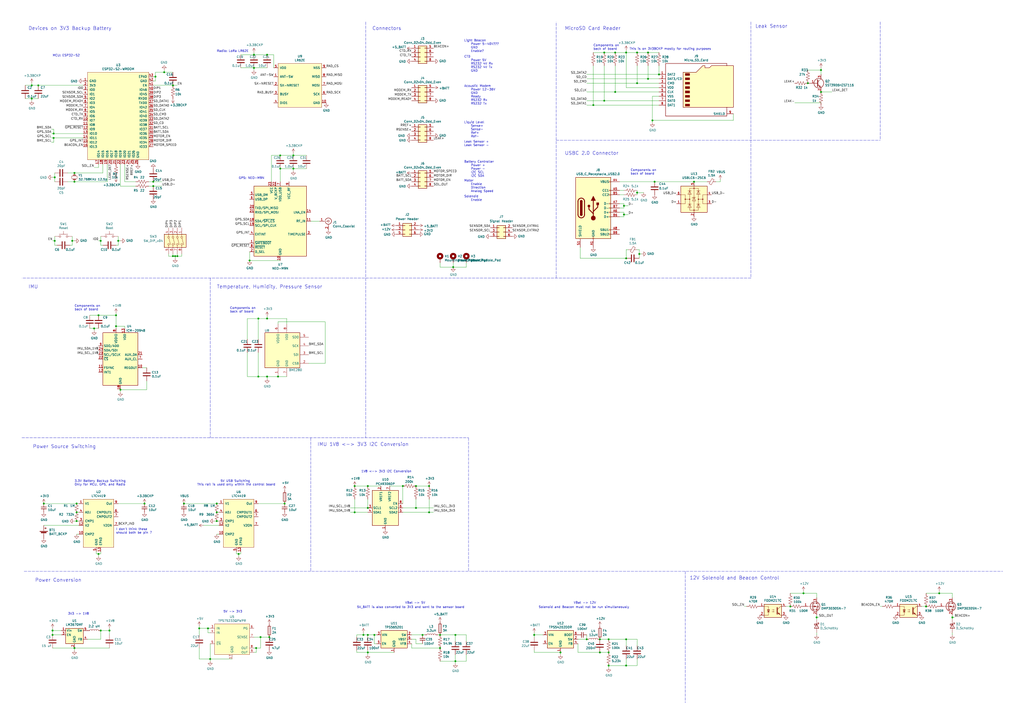
<source format=kicad_sch>
(kicad_sch (version 20211123) (generator eeschema)
  (paper "A2")
  (junction (at 31.75 102.87))
  (junction (at 340.36 370.84))
  (junction (at 248.92 297.18))
  (junction (at 473.71 358.14))
  (junction (at 347.98 370.84))
  (junction (at 31.115 80.01))
  (junction (at 476.25 40.64))
  (junction (at 361.95 119.38))
  (junction (at 350.52 58.42))
  (junction (at 43.18 100.33))
  (junction (at 468.63 48.26))
  (junction (at 138.43 321.31))
  (junction (at 100.33 148.59))
  (junction (at 325.12 378.46))
  (junction (at 170.18 97.79))
  (junction (at 115.57 364.49))
  (junction (at 101.6 148.59))
  (junction (at 213.36 378.46))
  (junction (at 255.27 368.3))
  (junction (at 382.27 43.18))
  (junction (at 353.06 378.46))
  (junction (at 205.74 297.18))
  (junction (at 151.13 369.57))
  (junction (at 262.89 154.94))
  (junction (at 466.09 344.17))
  (junction (at 378.46 69.85))
  (junction (at 43.18 105.41))
  (junction (at 31.115 77.47))
  (junction (at 22.225 49.53))
  (junction (at 58.42 139.7))
  (junction (at 69.85 226.06))
  (junction (at 67.31 189.23))
  (junction (at 43.18 375.92))
  (junction (at 264.16 368.3))
  (junction (at 353.06 386.08))
  (junction (at 120.65 364.49))
  (junction (at 363.22 30.48))
  (junction (at 369.57 30.48))
  (junction (at 154.94 31.75))
  (junction (at 309.88 368.3))
  (junction (at 165.1 292.1))
  (junction (at 255.27 375.92))
  (junction (at 54.61 190.5))
  (junction (at 347.98 378.46))
  (junction (at 241.3 294.64))
  (junction (at 213.36 368.3))
  (junction (at 106.68 292.1))
  (junction (at 344.17 60.96))
  (junction (at 356.87 30.48))
  (junction (at 353.06 370.84))
  (junction (at 245.11 368.3))
  (junction (at 170.18 90.17))
  (junction (at 361.95 124.46))
  (junction (at 544.83 344.17))
  (junction (at 217.17 368.3))
  (junction (at 369.57 48.26))
  (junction (at 25.4 292.1))
  (junction (at 44.45 297.18))
  (junction (at 154.94 218.44))
  (junction (at 476.25 53.34))
  (junction (at 402.59 105.41))
  (junction (at 63.5 365.76))
  (junction (at 144.78 151.13))
  (junction (at 264.16 383.54))
  (junction (at 154.94 184.785))
  (junction (at 213.36 281.94))
  (junction (at 379.73 105.41))
  (junction (at 31.75 139.7))
  (junction (at 67.31 182.88))
  (junction (at 44.45 302.26))
  (junction (at 90.17 44.45))
  (junction (at 68.58 139.7))
  (junction (at 100.33 49.53))
  (junction (at 375.92 30.48))
  (junction (at 41.91 139.7))
  (junction (at 58.42 365.76))
  (junction (at 44.45 292.1))
  (junction (at 162.56 90.17))
  (junction (at 125.73 292.1))
  (junction (at 18.415 57.15))
  (junction (at 210.82 368.3))
  (junction (at 458.47 351.79))
  (junction (at 233.68 281.94))
  (junction (at 121.92 382.27))
  (junction (at 148.59 375.92))
  (junction (at 149.86 218.44))
  (junction (at 369.57 111.76))
  (junction (at 83.82 292.1))
  (junction (at 363.22 370.84))
  (junction (at 57.15 182.88))
  (junction (at 162.56 97.79))
  (junction (at 156.21 369.57))
  (junction (at 88.9 107.95))
  (junction (at 57.15 321.31))
  (junction (at 356.87 53.34))
  (junction (at 241.3 281.94))
  (junction (at 552.45 358.14))
  (junction (at 88.9 105.41))
  (junction (at 95.25 41.91))
  (junction (at 147.32 39.37))
  (junction (at 537.21 351.79))
  (junction (at 147.32 31.75))
  (junction (at 350.52 30.48))
  (junction (at 375.92 45.72))
  (junction (at 30.48 368.3))
  (junction (at 370.84 147.32))
  (junction (at 149.86 184.785))
  (junction (at 363.22 386.08))
  (junction (at 125.73 297.18))
  (junction (at 205.74 281.94))
  (junction (at 30.48 365.76))
  (junction (at 363.22 149.86))
  (junction (at 213.36 294.64))
  (junction (at 161.29 218.44))
  (junction (at 18.415 49.53))
  (junction (at 248.92 281.94))
  (junction (at 102.87 148.59))
  (junction (at 125.73 302.26))
  (wire (pts (xy 88.9 105.41) (xy 93.98 105.41)))
  (wire (pts (xy 30.48 365.76) (xy 30.48 368.3)))
  (wire (pts (xy 162.56 97.79) (xy 170.18 97.79)))
  (wire (pts (xy 68.58 139.7) (xy 68.58 142.24)))
  (wire (pts (xy 369.57 111.76) (xy 373.38 111.76)))
  (wire (pts (xy 154.94 184.785) (xy 154.94 183.515)))
  (wire (pts (xy 148.59 375.92) (xy 151.13 375.92)))
  (wire (pts (xy 44.45 302.26) (xy 45.72 302.26)))
  (wire (pts (xy 210.82 368.3) (xy 213.36 368.3)))
  (wire (pts (xy 218.44 373.38) (xy 217.17 373.38)))
  (wire (pts (xy 361.95 123.19) (xy 361.95 124.46)))
  (wire (pts (xy 55.88 321.31) (xy 57.15 321.31)))
  (wire (pts (xy 207.01 378.46) (xy 207.01 377.19)))
  (wire (pts (xy 370.84 147.32) (xy 370.84 149.86)))
  (wire (pts (xy 125.73 292.1) (xy 127 292.1)))
  (wire (pts (xy 425.45 69.85) (xy 425.45 66.04)))
  (polyline (pts (xy 435.61 12.7) (xy 435.61 161.29)))
  (polyline (pts (xy 510.54 12.7) (xy 510.54 81.28)))
  (wire (pts (xy 369.57 110.49) (xy 369.57 111.76)))
  (wire (pts (xy 35.56 368.3) (xy 30.48 368.3)))
  (wire (pts (xy 369.57 382.27) (xy 369.57 386.08)))
  (wire (pts (xy 238.76 370.84) (xy 241.3 370.84)))
  (wire (pts (xy 139.7 31.75) (xy 147.32 31.75)))
  (wire (pts (xy 102.87 147.32) (xy 102.87 148.59)))
  (wire (pts (xy 88.9 107.95) (xy 93.98 107.95)))
  (wire (pts (xy 188.595 210.82) (xy 179.07 210.82)))
  (wire (pts (xy 350.52 58.42) (xy 340.36 58.42)))
  (wire (pts (xy 170.18 97.79) (xy 177.8 97.79)))
  (wire (pts (xy 335.28 378.46) (xy 347.98 378.46)))
  (wire (pts (xy 69.85 107.95) (xy 78.74 107.95)))
  (wire (pts (xy 147.32 39.37) (xy 147.32 40.64)))
  (wire (pts (xy 68.58 139.7) (xy 69.85 139.7)))
  (wire (pts (xy 353.06 386.08) (xy 363.22 386.08)))
  (wire (pts (xy 63.5 365.76) (xy 63.5 364.49)))
  (wire (pts (xy 18.415 57.15) (xy 22.225 57.15)))
  (wire (pts (xy 157.48 90.17) (xy 162.56 90.17)))
  (wire (pts (xy 534.67 351.79) (xy 537.21 351.79)))
  (wire (pts (xy 147.32 31.75) (xy 154.94 31.75)))
  (wire (pts (xy 217.17 373.38) (xy 217.17 368.3)))
  (wire (pts (xy 18.415 49.53) (xy 22.225 49.53)))
  (wire (pts (xy 254 368.3) (xy 255.27 368.3)))
  (wire (pts (xy 213.36 378.46) (xy 213.36 377.19)))
  (wire (pts (xy 29.845 80.01) (xy 31.115 80.01)))
  (wire (pts (xy 363.22 370.84) (xy 369.57 370.84)))
  (wire (pts (xy 340.36 48.26) (xy 369.57 48.26)))
  (wire (pts (xy 88.9 49.53) (xy 100.33 49.53)))
  (wire (pts (xy 86.36 107.95) (xy 88.9 107.95)))
  (wire (pts (xy 97.79 147.32) (xy 97.79 148.59)))
  (wire (pts (xy 31.115 80.01) (xy 48.26 80.01)))
  (polyline (pts (xy 180.34 254) (xy 180.34 331.47)))
  (wire (pts (xy 149.86 204.47) (xy 149.86 218.44)))
  (wire (pts (xy 55.88 320.04) (xy 55.88 321.31)))
  (wire (pts (xy 353.06 386.08) (xy 353.06 387.35)))
  (wire (pts (xy 154.94 218.44) (xy 161.29 218.44)))
  (wire (pts (xy 67.31 190.5) (xy 67.31 189.23)))
  (wire (pts (xy 90.17 41.91) (xy 95.25 41.91)))
  (wire (pts (xy 14.605 49.53) (xy 18.415 49.53)))
  (wire (pts (xy 31.75 139.7) (xy 30.48 139.7)))
  (wire (pts (xy 552.45 358.14) (xy 552.45 359.41)))
  (wire (pts (xy 43.18 105.41) (xy 62.23 105.41)))
  (wire (pts (xy 359.41 118.11) (xy 361.95 118.11)))
  (wire (pts (xy 57.15 321.31) (xy 58.42 321.31)))
  (wire (pts (xy 31.75 100.33) (xy 31.75 102.87)))
  (polyline (pts (xy 322.58 161.29) (xy 322.58 12.7)))
  (wire (pts (xy 72.39 189.23) (xy 72.39 190.5)))
  (wire (pts (xy 67.31 189.23) (xy 72.39 189.23)))
  (wire (pts (xy 43.18 105.41) (xy 39.37 105.41)))
  (polyline (pts (xy 12.7 254) (xy 271.78 254)))
  (wire (pts (xy 344.17 60.96) (xy 344.17 38.1)))
  (wire (pts (xy 31.75 137.16) (xy 31.75 139.7)))
  (wire (pts (xy 363.22 386.08) (xy 363.22 382.27)))
  (wire (pts (xy 213.36 294.64) (xy 203.2 294.64)))
  (polyline (pts (xy 397.51 331.47) (xy 397.51 407.67)))
  (wire (pts (xy 356.87 53.34) (xy 382.27 53.34)))
  (wire (pts (xy 476.25 53.34) (xy 482.6 53.34)))
  (wire (pts (xy 43.18 377.19) (xy 43.18 375.92)))
  (wire (pts (xy 336.55 149.86) (xy 363.22 149.86)))
  (wire (pts (xy 41.91 142.24) (xy 40.64 142.24)))
  (wire (pts (xy 105.41 148.59) (xy 105.41 147.32)))
  (wire (pts (xy 127 297.18) (xy 125.73 297.18)))
  (wire (pts (xy 170.18 97.79) (xy 170.18 99.06)))
  (wire (pts (xy 270.51 154.94) (xy 270.51 152.4)))
  (polyline (pts (xy 322.58 81.28) (xy 510.54 81.28)))
  (wire (pts (xy 95.25 41.91) (xy 95.25 40.64)))
  (wire (pts (xy 120.65 367.03) (xy 120.65 364.49)))
  (wire (pts (xy 473.71 358.14) (xy 473.71 359.41)))
  (wire (pts (xy 148.59 378.46) (xy 147.32 378.46)))
  (wire (pts (xy 473.71 367.03) (xy 473.71 368.3)))
  (wire (pts (xy 245.11 368.3) (xy 238.76 368.3)))
  (wire (pts (xy 25.4 292.1) (xy 44.45 292.1)))
  (wire (pts (xy 361.95 119.38) (xy 361.95 120.65)))
  (wire (pts (xy 476.25 40.64) (xy 476.25 43.18)))
  (wire (pts (xy 58.42 365.76) (xy 58.42 370.84)))
  (wire (pts (xy 154.94 184.785) (xy 166.37 184.785)))
  (wire (pts (xy 68.58 137.16) (xy 68.58 139.7)))
  (wire (pts (xy 151.13 369.57) (xy 156.21 369.57)))
  (wire (pts (xy 233.68 281.94) (xy 233.68 292.1)))
  (wire (pts (xy 100.33 147.32) (xy 100.33 148.59)))
  (wire (pts (xy 241.3 294.64) (xy 251.46 294.64)))
  (wire (pts (xy 43.18 100.33) (xy 39.37 100.33)))
  (wire (pts (xy 41.91 139.7) (xy 41.91 142.24)))
  (wire (pts (xy 44.45 292.1) (xy 45.72 292.1)))
  (wire (pts (xy 31.75 102.87) (xy 30.48 102.87)))
  (wire (pts (xy 361.95 124.46) (xy 361.95 125.73)))
  (wire (pts (xy 417.83 105.41) (xy 417.83 104.14)))
  (wire (pts (xy 137.16 320.04) (xy 137.16 321.31)))
  (wire (pts (xy 476.25 59.69) (xy 461.01 59.69)))
  (wire (pts (xy 86.36 105.41) (xy 88.9 105.41)))
  (wire (pts (xy 347.98 370.84) (xy 353.06 370.84)))
  (wire (pts (xy 217.17 368.3) (xy 218.44 368.3)))
  (wire (pts (xy 85.09 226.06) (xy 69.85 226.06)))
  (wire (pts (xy 154.94 219.71) (xy 154.94 218.44)))
  (wire (pts (xy 473.71 358.14) (xy 474.98 358.14)))
  (wire (pts (xy 127 309.88) (xy 125.73 309.88)))
  (wire (pts (xy 213.36 297.18) (xy 205.74 297.18)))
  (wire (pts (xy 41.91 137.16) (xy 41.91 139.7)))
  (wire (pts (xy 344.17 30.48) (xy 350.52 30.48)))
  (wire (pts (xy 363.22 144.78) (xy 364.49 144.78)))
  (wire (pts (xy 143.51 204.47) (xy 143.51 218.44)))
  (wire (pts (xy 58.42 139.7) (xy 57.15 139.7)))
  (wire (pts (xy 69.85 95.25) (xy 69.85 107.95)))
  (wire (pts (xy 25.4 304.8) (xy 45.72 304.8)))
  (wire (pts (xy 120.65 364.49) (xy 121.92 364.49)))
  (wire (pts (xy 90.17 46.99) (xy 90.17 44.45)))
  (wire (pts (xy 115.57 375.92) (xy 115.57 382.27)))
  (wire (pts (xy 382.27 48.26) (xy 369.57 48.26)))
  (wire (pts (xy 101.6 149.86) (xy 101.6 148.59)))
  (wire (pts (xy 67.31 182.88) (xy 67.31 189.23)))
  (wire (pts (xy 361.95 120.65) (xy 359.41 120.65)))
  (wire (pts (xy 134.62 382.27) (xy 121.92 382.27)))
  (wire (pts (xy 161.29 187.96) (xy 161.29 186.69)))
  (wire (pts (xy 41.91 139.7) (xy 43.18 139.7)))
  (wire (pts (xy 241.3 281.94) (xy 248.92 281.94)))
  (wire (pts (xy 205.74 297.18) (xy 205.74 289.56)))
  (wire (pts (xy 147.32 369.57) (xy 151.13 369.57)))
  (wire (pts (xy 213.36 369.57) (xy 213.36 368.3)))
  (wire (pts (xy 375.92 30.48) (xy 382.27 30.48)))
  (polyline (pts (xy 271.78 254) (xy 271.78 331.47)))
  (wire (pts (xy 468.63 40.64) (xy 476.25 40.64)))
  (wire (pts (xy 31.75 139.7) (xy 31.75 142.24)))
  (wire (pts (xy 115.57 364.49) (xy 120.65 364.49)))
  (wire (pts (xy 473.71 346.71) (xy 473.71 344.17)))
  (wire (pts (xy 58.42 137.16) (xy 58.42 139.7)))
  (wire (pts (xy 82.55 213.36) (xy 85.09 213.36)))
  (wire (pts (xy 31.115 77.47) (xy 31.115 74.93)))
  (wire (pts (xy 30.48 365.76) (xy 30.48 364.49)))
  (wire (pts (xy 369.57 370.84) (xy 369.57 374.65)))
  (wire (pts (xy 14.605 57.15) (xy 18.415 57.15)))
  (wire (pts (xy 473.71 356.87) (xy 473.71 358.14)))
  (wire (pts (xy 90.17 44.45) (xy 88.9 44.45)))
  (wire (pts (xy 356.87 53.34) (xy 356.87 38.1)))
  (wire (pts (xy 356.87 30.48) (xy 363.22 30.48)))
  (wire (pts (xy 344.17 60.96) (xy 382.27 60.96)))
  (wire (pts (xy 57.15 182.88) (xy 67.31 182.88)))
  (wire (pts (xy 359.41 123.19) (xy 361.95 123.19)))
  (wire (pts (xy 102.87 148.59) (xy 105.41 148.59)))
  (wire (pts (xy 188.595 186.69) (xy 188.595 210.82)))
  (wire (pts (xy 378.46 55.88) (xy 378.46 69.85)))
  (wire (pts (xy 476.25 40.64) (xy 476.25 39.37)))
  (wire (pts (xy 106.68 292.1) (xy 125.73 292.1)))
  (wire (pts (xy 361.95 125.73) (xy 359.41 125.73)))
  (wire (pts (xy 255.27 152.4) (xy 255.27 154.94)))
  (wire (pts (xy 213.36 368.3) (xy 217.17 368.3)))
  (wire (pts (xy 233.68 297.18) (xy 248.92 297.18)))
  (wire (pts (xy 48.26 77.47) (xy 31.115 77.47)))
  (wire (pts (xy 102.87 49.53) (xy 100.33 49.53)))
  (wire (pts (xy 54.61 190.5) (xy 57.15 190.5)))
  (wire (pts (xy 270.51 368.3) (xy 264.16 368.3)))
  (wire (pts (xy 251.46 297.18) (xy 248.92 297.18)))
  (wire (pts (xy 52.07 182.88) (xy 57.15 182.88)))
  (wire (pts (xy 264.16 383.54) (xy 264.16 379.73)))
  (polyline (pts (xy 13.97 331.47) (xy 581.66 331.47)))
  (wire (pts (xy 363.22 30.48) (xy 369.57 30.48)))
  (wire (pts (xy 207.01 378.46) (xy 213.36 378.46)))
  (wire (pts (xy 45.72 297.18) (xy 44.45 297.18)))
  (wire (pts (xy 335.28 373.38) (xy 335.28 378.46)))
  (wire (pts (xy 378.46 69.85) (xy 378.46 71.12)))
  (wire (pts (xy 370.84 147.32) (xy 372.11 147.32)))
  (wire (pts (xy 158.75 31.75) (xy 154.94 31.75)))
  (wire (pts (xy 238.76 375.92) (xy 238.76 373.38)))
  (wire (pts (xy 552.45 358.14) (xy 553.72 358.14)))
  (wire (pts (xy 382.27 43.18) (xy 382.27 38.1)))
  (wire (pts (xy 359.41 110.49) (xy 361.95 110.49)))
  (wire (pts (xy 170.18 90.17) (xy 170.18 88.9)))
  (wire (pts (xy 511.81 351.79) (xy 510.54 351.79)))
  (wire (pts (xy 22.225 49.53) (xy 48.26 49.53)))
  (wire (pts (xy 361.95 124.46) (xy 364.49 124.46)))
  (wire (pts (xy 137.16 321.31) (xy 138.43 321.31)))
  (wire (pts (xy 552.45 356.87) (xy 552.45 358.14)))
  (wire (pts (xy 340.36 45.72) (xy 375.92 45.72)))
  (wire (pts (xy 54.61 190.5) (xy 54.61 191.77)))
  (wire (pts (xy 121.92 382.27) (xy 121.92 383.54)))
  (polyline (pts (xy 212.09 12.7) (xy 212.09 254)))
  (wire (pts (xy 72.39 95.25) (xy 72.39 105.41)))
  (wire (pts (xy 402.59 105.41) (xy 410.21 105.41)))
  (wire (pts (xy 241.3 294.64) (xy 241.3 289.56)))
  (wire (pts (xy 88.9 46.99) (xy 90.17 46.99)))
  (wire (pts (xy 544.83 344.17) (xy 544.83 342.9)))
  (wire (pts (xy 382.27 55.88) (xy 378.46 55.88)))
  (wire (pts (xy 226.06 281.94) (xy 233.68 281.94)))
  (wire (pts (xy 309.88 369.57) (xy 309.88 368.3)))
  (wire (pts (xy 95.25 41.91) (xy 100.33 41.91)))
  (wire (pts (xy 309.88 368.3) (xy 314.96 368.3)))
  (polyline (pts (xy 121.92 161.29) (xy 121.92 254)))
  (wire (pts (xy 29.845 74.93) (xy 31.115 74.93)))
  (wire (pts (xy 359.41 105.41) (xy 379.73 105.41)))
  (polyline (pts (xy 435.61 161.29) (xy 12.7 161.29)))
  (wire (pts (xy 361.95 118.11) (xy 361.95 119.38)))
  (wire (pts (xy 149.86 218.44) (xy 154.94 218.44)))
  (wire (pts (xy 347.98 378.46) (xy 353.06 378.46)))
  (wire (pts (xy 466.09 344.17) (xy 466.09 342.9)))
  (wire (pts (xy 138.43 321.31) (xy 139.7 321.31)))
  (wire (pts (xy 213.36 378.46) (xy 213.36 379.73)))
  (wire (pts (xy 58.42 139.7) (xy 58.42 142.24)))
  (wire (pts (xy 340.36 43.18) (xy 382.27 43.18)))
  (wire (pts (xy 147.32 31.75) (xy 147.32 30.48)))
  (wire (pts (xy 68.58 292.1) (xy 83.82 292.1)))
  (wire (pts (xy 325.12 379.73) (xy 325.12 378.46)))
  (wire (pts (xy 473.71 344.17) (xy 466.09 344.17)))
  (wire (pts (xy 552.45 344.17) (xy 544.83 344.17)))
  (wire (pts (xy 138.43 321.31) (xy 138.43 322.58)))
  (wire (pts (xy 147.32 375.92) (xy 148.59 375.92)))
  (wire (pts (xy 67.31 182.88) (xy 67.31 181.61)))
  (wire (pts (xy 270.51 372.11) (xy 270.51 368.3)))
  (wire (pts (xy 369.57 144.78) (xy 370.84 144.78)))
  (wire (pts (xy 143.51 184.785) (xy 143.51 196.85)))
  (wire (pts (xy 58.42 370.84) (xy 50.8 370.84)))
  (wire (pts (xy 552.45 367.03) (xy 552.45 368.3)))
  (wire (pts (xy 121.92 382.27) (xy 115.57 382.27)))
  (wire (pts (xy 262.89 152.4) (xy 262.89 154.94)))
  (wire (pts (xy 340.36 53.34) (xy 356.87 53.34)))
  (wire (pts (xy 85.09 220.98) (xy 85.09 226.06)))
  (wire (pts (xy 72.39 105.41) (xy 78.74 105.41)))
  (wire (pts (xy 378.46 69.85) (xy 425.45 69.85)))
  (wire (pts (xy 57.15 321.31) (xy 57.15 322.58)))
  (wire (pts (xy 149.86 292.1) (xy 165.1 292.1)))
  (wire (pts (xy 147.32 39.37) (xy 154.94 39.37)))
  (wire (pts (xy 552.45 346.71) (xy 552.45 344.17)))
  (wire (pts (xy 325.12 378.46) (xy 309.88 378.46)))
  (wire (pts (xy 270.51 383.54) (xy 270.51 379.73)))
  (wire (pts (xy 363.22 30.48) (xy 363.22 29.21)))
  (wire (pts (xy 118.11 304.8) (xy 127 304.8)))
  (wire (pts (xy 369.57 38.1) (xy 369.57 48.26)))
  (wire (pts (xy 233.68 294.64) (xy 241.3 294.64)))
  (wire (pts (xy 58.42 321.31) (xy 58.42 320.04)))
  (wire (pts (xy 43.18 302.26) (xy 44.45 302.26)))
  (wire (pts (xy 309.88 367.03) (xy 309.88 368.3)))
  (wire (pts (xy 205.74 281.94) (xy 213.36 281.94)))
  (wire (pts (xy 35.56 365.76) (xy 30.48 365.76)))
  (wire (pts (xy 143.51 184.785) (xy 149.86 184.785)))
  (wire (pts (xy 121.92 382.27) (xy 121.92 373.38)))
  (wire (pts (xy 115.57 363.22) (xy 115.57 364.49)))
  (wire (pts (xy 255.27 368.3) (xy 264.16 368.3)))
  (wire (pts (xy 350.52 30.48) (xy 356.87 30.48)))
  (wire (pts (xy 255.27 383.54) (xy 264.16 383.54)))
  (wire (pts (xy 370.84 144.78) (xy 370.84 147.32)))
  (wire (pts (xy 264.16 383.54) (xy 264.16 384.81)))
  (wire (pts (xy 363.22 149.86) (xy 363.22 144.78)))
  (wire (pts (xy 63.5 365.76) (xy 58.42 365.76)))
  (wire (pts (xy 144.78 146.05) (xy 144.78 151.13)))
  (wire (pts (xy 369.57 30.48) (xy 375.92 30.48)))
  (wire (pts (xy 375.92 45.72) (xy 382.27 45.72)))
  (wire (pts (xy 369.57 111.76) (xy 369.57 113.03)))
  (wire (pts (xy 245.11 368.3) (xy 246.38 368.3)))
  (wire (pts (xy 43.18 100.33) (xy 59.69 100.33)))
  (wire (pts (xy 45.72 309.88) (xy 44.45 309.88)))
  (wire (pts (xy 379.73 105.41) (xy 402.59 105.41)))
  (wire (pts (xy 68.58 142.24) (xy 67.31 142.24)))
  (wire (pts (xy 336.55 143.51) (xy 336.55 149.86)))
  (wire (pts (xy 63.5 368.3) (xy 63.5 365.76)))
  (wire (pts (xy 54.61 97.155) (xy 57.15 97.155)))
  (wire (pts (xy 262.89 154.94) (xy 270.51 154.94)))
  (wire (pts (xy 363.22 50.8) (xy 382.27 50.8)))
  (wire (pts (xy 158.75 39.37) (xy 158.75 31.75)))
  (wire (pts (xy 375.92 38.1) (xy 375.92 45.72)))
  (wire (pts (xy 121.92 367.03) (xy 120.65 367.03)))
  (wire (pts (xy 57.15 97.155) (xy 57.15 95.25)))
  (wire (pts (xy 350.52 58.42) (xy 350.52 38.1)))
  (wire (pts (xy 29.845 77.47) (xy 31.115 77.47)))
  (wire (pts (xy 139.7 321.31) (xy 139.7 320.04)))
  (wire (pts (xy 363.22 30.48) (xy 363.22 50.8)))
  (wire (pts (xy 359.41 113.03) (xy 361.95 113.03)))
  (wire (pts (xy 207.01 368.3) (xy 210.82 368.3)))
  (wire (pts (xy 157.48 90.17) (xy 157.48 105.41)))
  (wire (pts (xy 255.27 154.94) (xy 262.89 154.94)))
  (wire (pts (xy 58.42 142.24) (xy 59.69 142.24)))
  (wire (pts (xy 241.3 373.38) (xy 245.11 373.38)))
  (wire (pts (xy 115.57 368.3) (xy 115.57 364.49)))
  (wire (pts (xy 31.75 102.87) (xy 31.75 105.41)))
  (wire (pts (xy 148.59 375.92) (xy 148.59 378.46)))
  (wire (pts (xy 213.36 294.64) (xy 213.36 289.56)))
  (wire (pts (xy 18.415 48.26) (xy 18.415 49.53)))
  (wire (pts (xy 29.845 82.55) (xy 31.115 82.55)))
  (wire (pts (xy 30.48 375.92) (xy 43.18 375.92)))
  (wire (pts (xy 369.57 386.08) (xy 363.22 386.08)))
  (wire (pts (xy 166.37 184.785) (xy 166.37 187.96)))
  (wire (pts (xy 466.09 344.17) (xy 458.47 344.17)))
  (wire (pts (xy 100.33 148.59) (xy 101.6 148.59)))
  (wire (pts (xy 544.83 344.17) (xy 537.21 344.17)))
  (wire (pts (xy 69.85 226.06) (xy 69.85 227.33)))
  (wire (pts (xy 353.06 370.84) (xy 363.22 370.84)))
  (wire (pts (xy 31.115 80.01) (xy 31.115 82.55)))
  (wire (pts (xy 264.16 383.54) (xy 270.51 383.54)))
  (wire (pts (xy 31.75 142.24) (xy 33.02 142.24)))
  (wire (pts (xy 18.415 57.15) (xy 18.415 58.42)))
  (wire (pts (xy 340.36 370.84) (xy 340.36 368.3)))
  (wire (pts (xy 207.01 369.57) (xy 207.01 368.3)))
  (wire (pts (xy 127 302.26) (xy 125.73 302.26)))
  (wire (pts (xy 125.73 302.26) (xy 124.46 302.26)))
  (wire (pts (xy 213.36 378.46) (xy 228.6 378.46)))
  (wire (pts (xy 241.3 370.84) (xy 241.3 373.38)))
  (wire (pts (xy 101.6 148.59) (xy 102.87 148.59)))
  (wire (pts (xy 162.56 151.13) (xy 144.78 151.13)))
  (wire (pts (xy 149.86 184.785) (xy 154.94 184.785)))
  (wire (pts (xy 97.79 148.59) (xy 100.33 148.59)))
  (wire (pts (xy 177.8 90.17) (xy 170.18 90.17)))
  (wire (pts (xy 455.93 351.79) (xy 458.47 351.79)))
  (wire (pts (xy 149.86 218.44) (xy 143.51 218.44)))
  (wire (pts (xy 166.37 218.44) (xy 161.29 218.44)))
  (wire (pts (xy 139.7 39.37) (xy 147.32 39.37)))
  (wire (pts (xy 309.88 378.46) (xy 309.88 377.19)))
  (wire (pts (xy 344.17 60.96) (xy 340.36 60.96)))
  (wire (pts (xy 63.5 375.92) (xy 43.18 375.92)))
  (wire (pts (xy 90.17 44.45) (xy 90.17 41.91)))
  (wire (pts (xy 162.56 105.41) (xy 162.56 97.79)))
  (wire (pts (xy 213.36 281.94) (xy 220.98 281.94)))
  (wire (pts (xy 151.13 375.92) (xy 151.13 369.57)))
  (wire (pts (xy 255.27 375.92) (xy 238.76 375.92)))
  (wire (pts (xy 361.95 119.38) (xy 364.49 119.38)))
  (wire (pts (xy 180.34 128.27) (xy 185.42 128.27)))
  (wire (pts (xy 205.74 297.18) (xy 203.2 297.18)))
  (wire (pts (xy 363.22 374.65) (xy 363.22 370.84)))
  (wire (pts (xy 415.29 105.41) (xy 417.83 105.41)))
  (wire (pts (xy 248.92 289.56) (xy 248.92 297.18)))
  (wire (pts (xy 210.82 367.03) (xy 210.82 368.3)))
  (wire (pts (xy 162.56 90.17) (xy 170.18 90.17)))
  (wire (pts (xy 335.28 370.84) (xy 340.36 370.84)))
  (wire (pts (xy 382.27 58.42) (xy 350.52 58.42)))
  (wire (pts (xy 59.69 95.25) (xy 59.69 100.33)))
  (wire (pts (xy 149.86 184.785) (xy 149.86 196.85)))
  (wire (pts (xy 264.16 372.11) (xy 264.16 368.3)))
  (wire (pts (xy 161.29 186.69) (xy 188.595 186.69)))
  (wire (pts (xy 433.07 351.79) (xy 431.8 351.79)))
  (wire (pts (xy 52.07 190.5) (xy 54.61 190.5)))
  (wire (pts (xy 62.23 105.41) (xy 62.23 95.25)))
  (text "Components on\nback of board" (at 344.17 29.21 0) (effects (font (size 1.27 1.27)) (justify left bottom)))
  (text "Devices on 3V3 Backup Battery" (at 16.51 17.78 0) (effects (font (size 2.0066 2.0066)) (justify left bottom)))
  (text "USBC 2.0 Connector" (at 327.66 90.17 0) (effects (font (size 2.0066 2.0066)) (justify left bottom)))
  (text "Power Source Switching" (at 19.05 260.35 0) (effects (font (size 2.0066 2.0066)) (justify left bottom)))
  (text "I don't think these \nshould both be pin 7" (at 67.31 309.88 0) (effects (font (size 1.27 1.27)) (justify left bottom)))
  (text "Components on\nback of board" (at 133.35 181.61 0) (effects (font (size 1.27 1.27)) (justify left bottom)))
  (text "Light Beacon\n    Power 5-40V???\n    GND\n    Enable?" (at 269.24 30.48 0) (effects (font (size 1.27 1.27)) (justify left bottom)))
  (text "Battery Controller\n    Power +\n    Power -\n    I2C SCL\n    I2C SDA" (at 269.24 102.87 0) (effects (font (size 1.27 1.27)) (justify left bottom)))
  (text "1V8 <-> 3V3 I2C Conversion" (at 209.55 274.32 0) (effects (font (size 1.27 1.27)) (justify left bottom)))
  (text "Leak Sensor" (at 438.15 16.51 0) (effects (font (size 2.0066 2.0066)) (justify left bottom)))
  (text "Power Conversion" (at 20.32 337.82 0) (effects (font (size 2.0066 2.0066)) (justify left bottom)))
  (text "Components on\nback of board" (at 43.18 180.34 0) (effects (font (size 1.27 1.27)) (justify left bottom)))
  (text "Connectors" (at 215.9 17.78 0) (effects (font (size 2.0066 2.0066)) (justify left bottom)))
  (text "Motor\n    Enable\n    Direction\n    Analog Speed" (at 269.24 111.76 0) (effects (font (size 1.27 1.27)) (justify left bottom)))
  (text "Acoustic Modem\n    Power 12-36V\n    GND\n    Ready\n    RS232 Rx\n    RS232 Tx" (at 269.24 60.96 0) (effects (font (size 1.27 1.27)) (justify left bottom)))
  (text "GPS: NEO-M9N" (at 138.43 104.14 0) (effects (font (size 1.27 1.27)) (justify left bottom)))
  (text "5V_BATT is also converted to 3V3 and sent to the sensor board" (at 207.01 353.06 0) (effects (font (size 1.27 1.27)) (justify left bottom)))
  (text "Leak Sensor +\nLeak Sensor -" (at 269.24 85.09 0) (effects (font (size 1.27 1.27)) (justify left bottom)))
  (text "IMU" (at 16.51 167.64 0) (effects (font (size 2.0066 2.0066)) (justify left bottom)))
  (text "This is on 3V3BCKP mostly for routing purposes" (at 365.125 29.21 0) (effects (font (size 1.27 1.27)) (justify left bottom)))
  (text "Temperature, Humidity, Pressure Sensor" (at 125.73 167.64 0) (effects (font (size 2.0066 2.0066)) (justify left bottom)))
  (text "12V Solenoid and Beacon Control" (at 400.05 336.55 0) (effects (font (size 2.0066 2.0066)) (justify left bottom)))
  (text "3.3V Battery Backup Switching\nOnly for MCU, GPS, and Radio" (at 43.18 281.94 0) (effects (font (size 1.27 1.27)) (justify left bottom)))
  (text "Solenoid\n    Enable" (at 269.24 116.84 0) (effects (font (size 1.27 1.27)) (justify left bottom)))
  (text "Liquid Level\n    Sense+\n    Sense-\n    Ref+\n    Ref-" (at 269.24 80.01 0) (effects (font (size 1.27 1.27)) (justify left bottom)))
  (text "Radio: LoRa LR62E" (at 125.73 30.48 0) (effects (font (size 1.27 1.27)) (justify left bottom)))
  (text "3V3 -> 1V8" (at 39.37 356.87 0) (effects (font (size 1.27 1.27)) (justify left bottom)))
  (text "MCU: ESP32-S2" (at 30.48 33.02 0) (effects (font (size 1.27 1.27)) (justify left bottom)))
  (text "Components on\nback of board" (at 365.76 101.6 0) (effects (font (size 1.27 1.27)) (justify left bottom)))
  (text "5V -> 3V3" (at 129.54 355.6 0) (effects (font (size 1.27 1.27)) (justify left bottom)))
  (text "CTD \n    Power 5V\n    RS232 4V Rx\n    RS232 4V Tx\n    GND" (at 269.24 41.91 0) (effects (font (size 1.27 1.27)) (justify left bottom)))
  (text "MicroSD Card Reader" (at 327.66 17.78 0) (effects (font (size 2.0066 2.0066)) (justify left bottom)))
  (text "VBat -> 12V" (at 332.74 350.52 0) (effects (font (size 1.27 1.27)) (justify left bottom)))
  (text "IMU 1V8 <-> 3V3 I2C Conversion" (at 184.15 259.08 0) (effects (font (size 2.0066 2.0066)) (justify left bottom)))
  (text "VBat -> 5V" (at 234.95 350.52 0) (effects (font (size 1.27 1.27)) (justify left bottom)))
  (text "Solenoid and Beacon must not be run simultaneously" (at 312.42 353.06 0) (effects (font (size 1.27 1.27)) (justify left bottom)))
  (text "              5V USB Switching\nThis rail is used only within the control board" (at 114.3 281.94 0) (effects (font (size 1.27 1.27)) (justify left bottom)))
  (label "DIP2" (at 88.9 54.61 0))
  (label "GPS_INT" (at 48.26 82.55 180))
  (label "RAD_MISO" (at 189.23 44.45 0))
  (label "RSENSE+" (at 238.76 76.2 180))
  (label "SOL_EN" (at 54.61 97.155 180))
  (label "~{GPS_RESET}" (at 48.26 74.93 180))
  (label "BEACON+" (at 553.72 358.14 0))
  (label "DIP3" (at 100.33 132.08 90))
  (label "USB_D+" (at 93.98 105.41 0))
  (label "MOTOR_SPEED" (at 251.46 100.33 0))
  (label "RAD_CS" (at 189.23 39.37 0))
  (label "SD_DATA1" (at 340.36 60.96 180))
  (label "D-" (at 364.49 119.38 0))
  (label "IMU_SCL_1V8" (at 57.15 205.74 180))
  (label "BME_SCL" (at 179.07 205.74 0))
  (label "MOTOR_SPEED" (at 88.9 85.09 0))
  (label "SENSOR_EXTRA1" (at 297.18 132.08 0))
  (label "USB_D-" (at 93.98 107.95 0))
  (label "SENSOR_EXTRA2" (at 297.18 134.62 0))
  (label "SD_DATA2" (at 88.9 69.85 0))
  (label "SD_DATA0" (at 88.9 62.23 0))
  (label "SD_CLK" (at 340.36 53.34 180))
  (label "CTD_RX" (at 48.26 69.85 180))
  (label "DIP1" (at 105.41 132.08 90))
  (label "IMU_SDA_1V8" (at 57.15 203.2 180))
  (label "USB_D+" (at 392.43 113.03 180))
  (label "MOTOR_DIR" (at 88.9 82.55 0))
  (label "D+" (at 392.43 118.11 180))
  (label "BATT_SDA" (at 88.9 77.47 0))
  (label "GPS_SDA" (at 144.78 128.27 180))
  (label "CTD_RX" (at 238.76 30.48 180))
  (label "LEAK_DET" (at 482.6 53.34 0))
  (label "MODEM_RX" (at 48.26 64.77 180))
  (label "IO0" (at 57.15 139.7 180))
  (label "BATT_SCL" (at 238.76 102.87 180))
  (label "RREF+" (at 77.47 95.25 270))
  (label "MODEM_TX" (at 48.26 62.23 180))
  (label "LEAK-" (at 461.01 59.69 180))
  (label "MOTOR_DIR" (at 251.46 102.87 0))
  (label "CTD_TX" (at 48.26 67.31 180))
  (label "RREF+" (at 238.76 73.66 180))
  (label "BME_SCL" (at 29.845 82.55 180))
  (label "BCKP_IND" (at 68.58 304.8 0))
  (label "ANT-SW" (at 158.75 44.45 180))
  (label "GPS_SCL" (at 144.78 130.81 180))
  (label "MODEM_RX" (at 238.76 53.34 180))
  (label "SENSOR_SDA" (at 48.26 57.15 180))
  (label "MOTOR_EN" (at 251.46 105.41 0))
  (label "GPS_SDA" (at 29.845 77.47 180))
  (label "IMU_SCL_3V3" (at 251.46 294.64 0))
  (label "BATT_SCL" (at 88.9 74.93 0))
  (label "IMU_SCL_1V8" (at 203.2 294.64 180))
  (label "BME_SDA" (at 179.07 200.66 0))
  (label "D+" (at 364.49 124.46 0))
  (label "EN" (at 30.48 139.7 180))
  (label "MODEM_READY" (at 48.26 59.69 180))
  (label "RSENSE+" (at 74.93 95.25 270))
  (label "BEACON+" (at 251.46 27.94 0))
  (label "~{GPS_RESET}" (at 144.78 143.51 180))
  (label "GPS_INT" (at 144.78 135.89 180))
  (label "IO0" (at 48.26 52.07 180))
  (label "SD_CD" (at 340.36 45.72 180))
  (label "SD_CD" (at 88.9 72.39 0))
  (label "IMU_SDA_3V3" (at 251.46 297.18 0))
  (label "RAD_SCK" (at 189.23 54.61 0))
  (label "DIP3" (at 88.9 57.15 0))
  (label "SENSOR_SCL" (at 48.26 54.61 180))
  (label "SOL_OUT" (at 474.98 358.14 0))
  (label "SOL_OUT" (at 251.46 107.95 0))
  (label "BME_SDA" (at 29.845 74.93 180))
  (label "SX-NRESET" (at 158.75 49.53 180))
  (label "SENSOR_SCL" (at 284.48 134.62 180))
  (label "LEAK+" (at 251.46 81.28 0))
  (label "SENSOR_SDA" (at 284.48 132.08 180))
  (label "SD_CMD" (at 88.9 67.31 0))
  (label "GPS_SCL" (at 29.845 80.01 180))
  (label "DIP2" (at 102.87 132.08 90))
  (label "SOL_EN" (at 431.8 351.79 180))
  (label "RAD_BUSY" (at 158.75 54.61 180))
  (label "DIP4" (at 97.79 132.08 90))
  (label "BEACON_EN" (at 510.54 351.79 180))
  (label "MOTOR_EN" (at 88.9 80.01 0))
  (label "LEAK_DET" (at 64.77 95.25 270))
  (label "MODEM_TX" (at 238.76 55.88 180))
  (label "SD_DATA0" (at 340.36 58.42 180))
  (label "D-" (at 412.75 118.11 0))
  (label "SD_DATA2" (at 340.36 43.18 180))
  (label "CTD_TX" (at 238.76 33.02 180))
  (label "EN" (at 102.87 49.53 0))
  (label "BATT_SDA" (at 238.76 105.41 180))
  (label "SD_DATA1" (at 88.9 59.69 0))
  (label "USB_D-" (at 412.75 113.03 0))
  (label "RAD_MOSI" (at 189.23 49.53 0))
  (label "DIP1" (at 88.9 52.07 0))
  (label "MODEM_READY" (at 238.76 58.42 180))
  (label "LEAK+" (at 461.01 48.26 180))
  (label "SD_CMD" (at 340.36 48.26 180))
  (label "IMU_SDA_1V8" (at 203.2 297.18 180))
  (label "SD_CLK" (at 88.9 64.77 0))
  (label "BEACON_EN" (at 48.26 85.09 180))
  (symbol (lib_id "Connector:USB_C_Receptacle_USB2.0") (at 344.17 120.65 0) (unit 1)
    (property "Reference" "J8" (at 346.8878 98.6282 0))
    (property "Value" "USB_C_Receptacle_USB2.0" (at 346.8878 100.9396 0))
    (property "Footprint" "Connector_USB:USB_C_Receptacle_HRO_TYPE-C-31-M-12" (effects hide))
    (property "Datasheet" "https://www.digikey.com/en/products/detail/gct/USB4105-GF-A/11198441" (effects hide))
  )
  (symbol (lib_id "Connector:Micro_SD_Card") (at 405.13 50.8 0) (unit 1)
    (property "Reference" "J9" (at 403.86 32.5882 0))
    (property "Value" "Micro_SD_Card" (at 403.86 34.8996 0))
    (property "Footprint" "Connector_Card:microSD_HC_Wuerth_693072010801" (effects hide))
    (property "Datasheet" "http://katalog.we-online.de/em/datasheet/693072010801.pdf" (effects hide))
  )
  (symbol (lib_id "RF_GPS:NEO-M8N") (at 162.56 128.27 0) (unit 1)
    (property "Reference" "U7" (at 162.56 153.3906 0))
    (property "Value" "NEO-M9N" (at 162.56 155.702 0))
    (property "Footprint" "RF_GPS:ublox_NEO" (effects hide))
    (property "Datasheet" "https://www.digikey.com/en/products/detail/u-blox/NEO-M9N-00B/12149174?s=N4IgTCBcDaIHYFMD2BaAtgTjiAugXyA" (effects hide))
  )
  (symbol (lib_id "Sensor:BME280") (at 163.83 203.2 0) (unit 1)
    (property "Reference" "U8" (at 156.21 191.77 0) (effects (justify right)))
    (property "Value" "BME280" (at 175.26 214.63 0) (effects (justify right)))
    (property "Footprint" "Package_LGA:Bosch_LGA-8_2.5x2.5mm_P0.65mm_ClockwisePinNumbering" (effects hide))
    (property "Datasheet" "https://ae-bst.resource.bosch.com/media/_tech/media/datasheets/BST-BME280-DS002.pdf" (effects hide))
  )
  (symbol (lib_id "Device:R_US") (at 344.17 34.29 0) (unit 1)
    (property "Reference" "R19" (at 345.8972 33.1216 0) (effects (justify left)))
    (property "Value" "10k" (at 345.8972 35.433 0) (effects (justify left)))
    (property "Footprint" "Resistor_SMD:R_0603_1608Metric" (effects hide))
    (property "Datasheet" "https://lcsc.com/product-detail/Chip-Resistor-Surface-Mount_UNI-ROYAL-Uniroyal-Elec-0603WAF1002T5E_C25804.html" (effects hide))
  )
  (symbol (lib_id "power:GND") (at 378.46 71.12 0) (unit 1)
    (property "Reference" "#PWR079" (effects hide))
    (property "Value" "GND" (at 378.587 75.5142 0))
  )
  (symbol (lib_id "Device:R_US") (at 365.76 110.49 90) (unit 1)
    (property "Reference" "R24" (at 363.22 107.95 90))
    (property "Value" "5.1k" (at 368.3 107.95 90))
    (property "Footprint" "Resistor_SMD:R_0603_1608Metric" (effects hide))
    (property "Datasheet" "https://lcsc.com/product-detail/Chip-Resistor-Surface-Mount_UNI-ROYAL-Uniroyal-Elec-0603WAF5101T5E_C23186.html" (effects hide))
  )
  (symbol (lib_id "Device:R_US") (at 365.76 113.03 270) (unit 1)
    (property "Reference" "R25" (at 363.22 115.57 90))
    (property "Value" "5.1k" (at 368.3 115.57 90))
    (property "Footprint" "Resistor_SMD:R_0603_1608Metric" (effects hide))
    (property "Datasheet" "https://lcsc.com/product-detail/Chip-Resistor-Surface-Mount_UNI-ROYAL-Uniroyal-Elec-0603WAF5101T5E_C23186.html" (effects hide))
  )
  (symbol (lib_id "power:GND") (at 373.38 111.76 0) (unit 1)
    (property "Reference" "#PWR078" (effects hide))
    (property "Value" "GND" (at 373.507 116.1542 0))
  )
  (symbol (lib_id "power:GND") (at 344.17 143.51 0) (unit 1)
    (property "Reference" "#PWR073" (effects hide))
    (property "Value" "GND" (at 344.297 147.9042 0))
  )
  (symbol (lib_id "ESP32-S2-WROOM:ESP32-S2-WROOM") (at 68.58 41.91 0) (unit 1)
    (property "Reference" "U3" (at 68.58 37.719 0))
    (property "Value" "ESP32-S2-WROOM" (at 68.58 40.0304 0))
    (property "Footprint" "ESP32-s2:ESP32-S2-WROOM" (effects hide))
    (property "Datasheet" "https://www.digikey.com/en/products/detail/espressif-systems/ESP32-S2-WROOM/11613143" (effects hide))
  )
  (symbol (lib_id "power:GND") (at 80.01 95.25 0) (unit 1)
    (property "Reference" "#PWR019" (effects hide))
    (property "Value" "GND" (at 80.137 99.6442 0))
  )
  (symbol (lib_id "power:+3.3V") (at 154.94 183.515 0) (unit 1)
    (property "Reference" "#PWR040" (effects hide))
    (property "Value" "+3.3V" (at 155.321 179.1208 0))
  )
  (symbol (lib_id "Device:C") (at 149.86 200.66 0) (unit 1)
    (property "Reference" "C23" (at 146.05 198.12 0) (effects (justify left)))
    (property "Value" "0.1uF" (at 143.51 203.2 0) (effects (justify left)))
    (property "Footprint" "Capacitor_SMD:C_0603_1608Metric" (effects hide))
    (property "Datasheet" "https://www.digikey.com/en/products/detail/yageo/CC0603KRX7R9BB104/2103082?s=N4IgTCBcDaIMJwAwDZEGYDSAlAGgdiwE4AhYgRkQBYQBdAXyA" (effects hide))
  )
  (symbol (lib_id "Device:Ferrite_Bead_Small") (at 367.03 144.78 270) (unit 1)
    (property "Reference" "FB1" (at 367.03 138.7602 90))
    (property "Value" "1.5A" (at 367.03 141.0716 90))
    (property "Footprint" "Inductor_SMD:L_0603_1608Metric" (effects hide))
    (property "Datasheet" "https://www.digikey.com/en/products/detail/tdk-corporation/MMZ1608R300ATA00/765049" (effects hide))
  )
  (symbol (lib_id "power:GND") (at 95.25 40.64 180) (unit 1)
    (property "Reference" "#PWR024" (effects hide))
    (property "Value" "GND" (at 95.123 36.2458 0))
  )
  (symbol (lib_id "power:GND") (at 48.26 46.99 270) (unit 1)
    (property "Reference" "#PWR011" (effects hide))
    (property "Value" "GND" (at 45.0088 47.117 90) (effects (justify right)))
  )
  (symbol (lib_id "Device:C") (at 143.51 200.66 0) (unit 1)
    (property "Reference" "C21" (at 139.7 198.12 0) (effects (justify left)))
    (property "Value" "0.1uF" (at 137.16 203.2 0) (effects (justify left)))
    (property "Footprint" "Capacitor_SMD:C_0603_1608Metric" (effects hide))
    (property "Datasheet" "https://www.digikey.com/en/products/detail/yageo/CC0603KRX7R9BB104/2103082?s=N4IgTCBcDaIMJwAwDZEGYDSAlAGgdiwE4AhYgRkQBYQBdAXyA" (effects hide))
  )
  (symbol (lib_id "power:GND") (at 372.11 147.32 90) (unit 1)
    (property "Reference" "#PWR077" (effects hide))
    (property "Value" "GND" (at 375.3612 147.193 90) (effects (justify right)))
  )
  (symbol (lib_id "power:GND") (at 144.78 151.13 0) (unit 1)
    (property "Reference" "#PWR036" (effects hide))
    (property "Value" "GND" (at 144.907 155.5242 0))
  )
  (symbol (lib_id "power:GND") (at 154.94 219.71 0) (unit 1)
    (property "Reference" "#PWR041" (effects hide))
    (property "Value" "GND" (at 155.067 224.1042 0))
  )
  (symbol (lib_id "Power_Protection:USBLC6-2SC6") (at 402.59 115.57 0) (unit 1)
    (property "Reference" "U13" (at 402.59 100.8126 0))
    (property "Value" "USBLC6-2SC6" (at 402.59 103.124 0))
    (property "Footprint" "Package_TO_SOT_SMD:SOT-23-6" (effects hide))
    (property "Datasheet" "https://www.st.com/resource/en/datasheet/usblc6-2.pdf" (effects hide))
  )
  (symbol (lib_id "power:GND") (at 402.59 125.73 0) (unit 1)
    (property "Reference" "#PWR082" (effects hide))
    (property "Value" "GND" (at 402.717 130.1242 0))
  )
  (symbol (lib_id "power:GND") (at 170.18 99.06 0) (unit 1)
    (property "Reference" "#PWR045" (effects hide))
    (property "Value" "GND" (at 170.307 103.4542 0))
  )
  (symbol (lib_id "Device:C") (at 162.56 93.98 0) (unit 1)
    (property "Reference" "C26" (at 158.75 91.44 0) (effects (justify left)))
    (property "Value" "0.1uF" (at 157.48 96.52 0) (effects (justify left)))
    (property "Footprint" "Capacitor_SMD:C_0603_1608Metric" (effects hide))
    (property "Datasheet" "https://www.digikey.com/en/products/detail/yageo/CC0603KRX7R9BB104/2103082?s=N4IgTCBcDaIMJwAwDZEGYDSAlAGgdiwE4AhYgRkQBYQBdAXyA" (effects hide))
  )
  (symbol (lib_id "Device:C") (at 170.18 93.98 0) (unit 1)
    (property "Reference" "C29" (at 166.37 91.44 0) (effects (justify left)))
    (property "Value" "1.0uF" (at 165.1 96.52 0) (effects (justify left)))
    (property "Footprint" "Capacitor_SMD:C_0603_1608Metric" (effects hide))
    (property "Datasheet" "https://www.digikey.com/en/products/detail/samsung-electro-mechanics/CL10A105KB8NNNC/3887518?s=N4IgTCBcDaIMIBkCMAGAgqgrAaQEIA4A5YuEAXQF8g" (effects hide))
  )
  (symbol (lib_id "Device:C") (at 177.8 93.98 0) (unit 1)
    (property "Reference" "C31" (at 173.99 91.44 0) (effects (justify left)))
    (property "Value" "10uF" (at 172.72 96.52 0) (effects (justify left)))
    (property "Footprint" "Capacitor_SMD:C_0603_1608Metric" (effects hide))
    (property "Datasheet" "https://www.digikey.com/en/products/detail/samsung-electro-mechanics/CL10A106KP8NNNC/3886850?s=N4IgTCBcDaIMIBkCMAGAgqgbAaQAoA4A5YuEAXQF8g" (effects hide))
  )
  (symbol (lib_id "Device:C") (at 379.73 109.22 0) (unit 1)
    (property "Reference" "C44" (at 382.27 106.68 0) (effects (justify left)))
    (property "Value" "0.1uF" (at 382.27 109.22 0) (effects (justify left)))
    (property "Footprint" "Capacitor_SMD:C_0603_1608Metric" (effects hide))
    (property "Datasheet" "https://www.digikey.com/en/products/detail/yageo/CC0603KRX7R9BB104/2103082?s=N4IgTCBcDaIMJwAwDZEGYDSAlAGgdiwE4AhYgRkQBYQBdAXyA" (effects hide))
  )
  (symbol (lib_id "power:GND") (at 379.73 113.03 0) (unit 1)
    (property "Reference" "#PWR081" (effects hide))
    (property "Value" "GND" (at 379.857 117.4242 0))
  )
  (symbol (lib_id "Device:Ferrite_Bead_Small") (at 412.75 105.41 270) (unit 1)
    (property "Reference" "FB2" (at 412.75 99.3902 90))
    (property "Value" "1.5A" (at 412.75 101.7016 90))
    (property "Footprint" "Inductor_SMD:L_0603_1608Metric" (effects hide))
    (property "Datasheet" "https://www.digikey.com/en/products/detail/tdk-corporation/MMZ1608R300ATA00/765049" (effects hide))
  )
  (symbol (lib_id "Connector:Conn_Coaxial") (at 190.5 128.27 0) (unit 1)
    (property "Reference" "J1" (at 193.04 128.905 0) (effects (justify left)))
    (property "Value" "Conn_Coaxial" (at 193.04 131.2164 0) (effects (justify left)))
    (property "Footprint" "Connector_Coaxial:U.FL_Hirose_U.FL-R-SMT-1_Vertical" (effects hide))
    (property "Datasheet" "https://www.digikey.com/en/products/detail/hirose-electric-co-ltd/U-FL-R-SMT-10/513011" (effects hide))
  )
  (symbol (lib_id "power:GND") (at 190.5 133.35 0) (unit 1)
    (property "Reference" "#PWR047" (effects hide))
    (property "Value" "GND" (at 190.627 137.7442 0))
  )
  (symbol (lib_id "power:GND") (at 18.415 58.42 0) (unit 1)
    (property "Reference" "#PWR07" (effects hide))
    (property "Value" "GND" (at 18.542 62.8142 0))
  )
  (symbol (lib_id "Device:R_US") (at 100.33 53.34 0) (unit 1)
    (property "Reference" "R6" (at 101.6 52.07 0) (effects (justify left)))
    (property "Value" "10k" (at 101.6 54.61 0) (effects (justify left)))
    (property "Footprint" "Resistor_SMD:R_0603_1608Metric" (effects hide))
    (property "Datasheet" "https://lcsc.com/product-detail/Chip-Resistor-Surface-Mount_UNI-ROYAL-Uniroyal-Elec-0603WAF1002T5E_C25804.html" (effects hide))
  )
  (symbol (lib_id "Device:R_US") (at 464.82 48.26 270) (unit 1)
    (property "Reference" "R32" (at 463.55 50.8 90))
    (property "Value" "1k" (at 467.36 50.8 90))
    (property "Footprint" "Resistor_SMD:R_0603_1608Metric" (effects hide))
    (property "Datasheet" "https://lcsc.com/product-detail/Chip-Resistor-Surface-Mount_UNI-ROYAL-Uniroyal-Elec-0603WAF1001T5E_C21190.html" (effects hide))
  )
  (symbol (lib_id "Device:R_US") (at 468.63 44.45 180) (unit 1)
    (property "Reference" "R33" (at 464.82 40.64 0) (effects (justify right)))
    (property "Value" "27k" (at 463.55 43.18 0) (effects (justify right)))
    (property "Footprint" "Resistor_SMD:R_0603_1608Metric" (effects hide))
    (property "Datasheet" "https://lcsc.com/product-detail/Chip-Resistor-Surface-Mount_UNI-ROYAL-Uniroyal-Elec-0603WAF2702T5E_C22967.html" (effects hide))
  )
  (symbol (lib_id "Transistor_BJT:MMBT3906") (at 473.71 48.26 0) (unit 1)
    (property "Reference" "Q2" (at 478.5614 47.0916 0) (effects (justify left)))
    (property "Value" "SST3906HZGT116" (at 478.5614 49.403 0) (effects (justify left)))
    (property "Footprint" "Package_TO_SOT_SMD:SOT-23" (effects hide))
    (property "Datasheet" "https://www.digikey.com/en/products/detail/rohm-semiconductor/SST3906HZGT116/8028241" (effects hide))
  )
  (symbol (lib_id "Device:R_US") (at 82.55 105.41 90) (unit 1)
    (property "Reference" "R4" (at 78.74 102.87 90))
    (property "Value" "22" (at 82.55 102.87 90))
    (property "Footprint" "Resistor_SMD:R_0603_1608Metric" (effects hide))
    (property "Datasheet" "https://lcsc.com/product-detail/Chip-Resistor-Surface-Mount_Uniroyal-Elec-0603WAF220JT5E_C23345.html" (effects hide))
  )
  (symbol (lib_id "Device:C") (at 100.33 45.72 0) (unit 1)
    (property "Reference" "C16" (at 96.52 43.18 0) (effects (justify left)))
    (property "Value" "0.1uF" (at 95.25 48.26 0) (effects (justify left)))
    (property "Footprint" "Capacitor_SMD:C_0603_1608Metric" (effects hide))
    (property "Datasheet" "https://www.digikey.com/en/products/detail/yageo/CC0603KRX7R9BB104/2103082?s=N4IgTCBcDaIMJwAwDZEGYDSAlAGgdiwE4AhYgRkQBYQBdAXyA" (effects hide))
  )
  (symbol (lib_id "power:+3V3") (at 476.25 39.37 0) (unit 1)
    (property "Reference" "#PWR090" (effects hide))
    (property "Value" "+3V3" (at 476.631 34.9758 0))
  )
  (symbol (lib_id "Device:C") (at 207.01 373.38 0) (mirror x) (unit 1)
    (property "Reference" "C33" (at 210.82 370.84 0) (effects (justify right)))
    (property "Value" "22uF" (at 212.09 375.92 0) (effects (justify right)))
    (property "Footprint" "Capacitor_SMD:C_1206_3216Metric" (effects hide))
    (property "Datasheet" "https://www.digikey.com/en/products/detail/tdk-corporation/C3216X5R1V226M160AC/2792261?s=N4IgTCBcDaIMIGYwEYBsANArAJWQNTDFQFk0AGAQThAF0BfIA" (effects hide))
  )
  (symbol (lib_id "Device:R_US") (at 82.55 107.95 90) (unit 1)
    (property "Reference" "R5" (at 78.74 110.49 90))
    (property "Value" "22" (at 82.55 110.49 90))
    (property "Footprint" "Resistor_SMD:R_0603_1608Metric" (effects hide))
    (property "Datasheet" "https://lcsc.com/product-detail/Chip-Resistor-Surface-Mount_Uniroyal-Elec-0603WAF220JT5E_C23345.html" (effects hide))
  )
  (symbol (lib_id "power:GND") (at 476.25 60.96 0) (unit 1)
    (property "Reference" "#PWR091" (effects hide))
    (property "Value" "GND" (at 476.377 65.3542 0))
  )
  (symbol (lib_id "Device:R_US") (at 476.25 57.15 180) (unit 1)
    (property "Reference" "R34" (at 471.17 55.88 0) (effects (justify right)))
    (property "Value" "1k" (at 471.17 58.42 0) (effects (justify right)))
    (property "Footprint" "Resistor_SMD:R_0603_1608Metric" (effects hide))
    (property "Datasheet" "https://lcsc.com/product-detail/Chip-Resistor-Surface-Mount_UNI-ROYAL-Uniroyal-Elec-0603WAF1001T5E_C21190.html" (effects hide))
  )
  (symbol (lib_id "Device:C_Small") (at 245.11 370.84 180) (unit 1)
    (property "Reference" "C35" (at 248.92 370.84 0))
    (property "Value" "100nF" (at 248.92 373.38 0))
    (property "Footprint" "Capacitor_SMD:C_0603_1608Metric" (effects hide))
    (property "Datasheet" "https://www.digikey.com/en/products/detail/kemet/C0603C104Z3VACTU/411099?s=N4IgTCBcDaIMIAYBsCDMcCMCAsAtVAagIJwAqAqiALoC%2BQA" (effects hide))
  )
  (symbol (lib_id "Device:L") (at 250.19 368.3 90) (unit 1)
    (property "Reference" "L3" (at 250.19 363.474 90))
    (property "Value" "3.3uH" (at 250.19 365.7854 90))
    (property "Footprint" "ControlBoard:Vishay-IHLP-3232DZ-FP_2.413x5.334-3D_4.0-0-0-MFG" (effects hide))
    (property "Datasheet" "https://www.digikey.com/en/products/detail/vishay-dale/IHLP3232DZER3R3M01/2657469?s=N4IgTCBcDaIJIAkAyAFAzGDARAWgUQCU0iBZABgEYQBdAXyA" (effects hide))
  )
  (symbol (lib_id "Device:R_US") (at 255.27 379.73 180) (unit 1)
    (property "Reference" "R18" (at 256.9972 378.5616 0) (effects (justify right)))
    (property "Value" "10k" (at 256.9972 380.873 0) (effects (justify right)))
    (property "Footprint" "Resistor_SMD:R_0603_1608Metric" (effects hide))
    (property "Field4" "1% Tolerance" (effects hide))
  )
  (symbol (lib_id "Connector_Generic:Conn_02x03_Odd_Even") (at 234.95 133.35 0) (unit 1)
    (property "Reference" "J2" (at 236.22 124.46 0))
    (property "Value" "Power Header" (at 236.22 127 0))
    (property "Footprint" "Connector_PinHeader_2.54mm:PinHeader_2x03_P2.54mm_Vertical" (effects hide))
    (property "Datasheet" "https://www.digikey.com/en/products/detail/adam-tech/2PH2-06-UA/9830669" (effects hide))
  )
  (symbol (lib_id "Sensor_Motion:ICM-20948") (at 69.85 208.28 0) (unit 1)
    (property "Reference" "U4" (at 74.93 189.23 0))
    (property "Value" "ICM-20948" (at 78.74 191.77 0))
    (property "Footprint" "Sensor_Motion:InvenSense_QFN-24_3x3mm_P0.4mm" (effects hide))
    (property "Datasheet" "http://www.invensense.com/wp-content/uploads/2016/06/DS-000189-ICM-20948-v1.3.pdf" (effects hide))
  )
  (symbol (lib_id "Device:C") (at 88.9 111.76 0) (unit 1)
    (property "Reference" "C15" (at 90.17 109.22 0) (effects (justify left)))
    (property "Value" "20pF" (at 88.9 114.3 0) (effects (justify left)))
    (property "Footprint" "Capacitor_SMD:C_0603_1608Metric" (effects hide))
    (property "Datasheet" "https://www.digikey.com/en/products/detail/samsung-electro-mechanics/CL10C200JB8NNNC/3886845?s=N4IgTCBcDaIMIBkCMAGOYUoFICEAcAckXCALoC%2BQA" (effects hide))
  )
  (symbol (lib_id "Device:C") (at 88.9 101.6 0) (unit 1)
    (property "Reference" "C14" (at 90.17 99.06 0) (effects (justify left)))
    (property "Value" "20pF" (at 88.9 104.14 0) (effects (justify left)))
    (property "Footprint" "Capacitor_SMD:C_0603_1608Metric" (effects hide))
    (property "Datasheet" "https://www.digikey.com/en/products/detail/samsung-electro-mechanics/CL10C200JB8NNNC/3886845?s=N4IgTCBcDaIMIBkCMAGOYUoFICEAcAckXCALoC%2BQA" (effects hide))
  )
  (symbol (lib_id "Device:C") (at 22.225 53.34 0) (unit 1)
    (property "Reference" "C7" (at 23.495 50.8 0) (effects (justify left)))
    (property "Value" "22uF" (at 23.495 55.88 0) (effects (justify left)))
    (property "Footprint" "Capacitor_SMD:C_0603_1608Metric" (effects hide))
    (property "Datasheet" "https://www.digikey.com/en/products/detail/samsung-electro-mechanics/CL10A226MQ8NRNC/3886851?s=N4IgTCBcDaIMIBkCMAGAgmMA2AsgRQA4A5AJSLhAF0BfIA" (effects hide))
  )
  (symbol (lib_id "Device:C") (at 14.605 53.34 0) (unit 1)
    (property "Reference" "C2" (at 15.875 50.8 0) (effects (justify left)))
    (property "Value" "0.1uF" (at 15.875 55.88 0) (effects (justify left)))
    (property "Footprint" "Capacitor_SMD:C_0603_1608Metric" (effects hide))
    (property "Datasheet" "https://www.digikey.com/en/products/detail/yageo/CC0603KRX7R9BB104/2103082?s=N4IgTCBcDaIMJwAwDZEGYDSAlAGgdiwE4AhYgRkQBYQBdAXyA" (effects hide))
  )
  (symbol (lib_id "power:+BATT") (at 229.87 130.81 90) (unit 1)
    (property "Reference" "#PWR051" (effects hide))
    (property "Value" "+BATT" (at 226.6442 130.429 90) (effects (justify left)))
  )
  (symbol (lib_id "Connector_Generic:Conn_02x03_Odd_Even") (at 289.56 134.62 0) (unit 1)
    (property "Reference" "J7" (at 290.83 125.73 0))
    (property "Value" "Signal Header" (at 290.83 128.27 0))
    (property "Footprint" "Connector_PinHeader_2.54mm:PinHeader_2x03_P2.54mm_Vertical" (effects hide))
    (property "Datasheet" "https://www.digikey.com/en/products/detail/adam-tech/2PH2-06-UA/9830669" (effects hide))
  )
  (symbol (lib_id "power:+12V") (at 229.87 133.35 90) (unit 1)
    (property "Reference" "#PWR052" (effects hide))
    (property "Value" "+12V" (at 226.6188 132.969 90) (effects (justify left)))
  )
  (symbol (lib_id "power:+3V3") (at 242.57 133.35 270) (unit 1)
    (property "Reference" "#PWR061" (effects hide))
    (property "Value" "+3V3" (at 245.8212 133.731 90) (effects (justify left)))
  )
  (symbol (lib_id "power:GND") (at 229.87 135.89 270) (unit 1)
    (property "Reference" "#PWR053" (effects hide))
    (property "Value" "GND" (at 226.6188 136.017 90) (effects (justify right)))
  )
  (symbol (lib_id "power:GND") (at 242.57 135.89 90) (unit 1)
    (property "Reference" "#PWR062" (effects hide))
    (property "Value" "GND" (at 245.8212 135.763 90) (effects (justify right)))
  )
  (symbol (lib_id "power:GND") (at 264.16 384.81 0) (unit 1)
    (property "Reference" "#PWR068" (effects hide))
    (property "Value" "GND" (at 264.287 389.2042 0))
  )
  (symbol (lib_id "Device:Fuse") (at 255.27 364.49 0) (unit 1)
    (property "Reference" "F3" (at 256.794 363.3216 0) (effects (justify left)))
    (property "Value" "3A" (at 256.794 365.633 0) (effects (justify left)))
    (property "Footprint" "Fuse:Fuse_0603_1608Metric" (effects hide))
    (property "Datasheet" "https://www.digikey.com/en/products/detail/vishay-beyschlag-draloric-bc-components/MFU0603FF03000P100/1206482" (effects hide))
  )
  (symbol (lib_id "Device:R_US") (at 67.31 99.06 0) (unit 1)
    (property "Reference" "R3" (at 66.675 100.965 0))
    (property "Value" "10k" (at 66.675 102.87 0))
    (property "Footprint" "Resistor_SMD:R_0603_1608Metric" (effects hide))
  )
  (symbol (lib_id "power:GND") (at 88.9 115.57 0) (unit 1)
    (property "Reference" "#PWR023" (effects hide))
    (property "Value" "GND" (at 89.027 119.9642 0))
  )
  (symbol (lib_id "power:GND") (at 284.48 137.16 270) (unit 1)
    (property "Reference" "#PWR069" (effects hide))
    (property "Value" "GND" (at 281.2288 137.287 90) (effects (justify right)))
  )
  (symbol (lib_id "power:+BATT") (at 210.82 367.03 0) (unit 1)
    (property "Reference" "#PWR049" (effects hide))
    (property "Value" "+BATT" (at 211.201 362.6358 0))
  )
  (symbol (lib_id "power:GND") (at 297.18 137.16 90) (unit 1)
    (property "Reference" "#PWR070" (effects hide))
    (property "Value" "GND" (at 300.4312 137.033 90) (effects (justify right)))
  )
  (symbol (lib_id "Device:R_US") (at 255.27 372.11 0) (unit 1)
    (property "Reference" "R17" (at 256.9972 370.9416 0) (effects (justify left)))
    (property "Value" "54.9k" (at 256.9972 373.253 0) (effects (justify left)))
    (property "Footprint" "Resistor_SMD:R_0603_1608Metric" (effects hide))
    (property "Datasheet" "https://www.digikey.com/en/products/detail/panasonic-electronic-components/ERA-3AEB5492V/2026905" (effects hide))
    (property "Field4" "1% Tolerance" (effects hide))
  )
  (symbol (lib_id "power:GND") (at 156.21 377.19 0) (unit 1)
    (property "Reference" "#PWR035" (effects hide))
    (property "Value" "GND" (at 156.337 381.5842 0))
  )
  (symbol (lib_id "Device:Fuse") (at 156.21 365.76 0) (unit 1)
    (property "Reference" "F1" (at 157.734 364.5916 0) (effects (justify left)))
    (property "Value" "2A" (at 157.734 366.903 0) (effects (justify left)))
    (property "Footprint" "Fuse:Fuse_0603_1608Metric" (effects hide))
    (property "Datasheet" "https://www.digikey.com/en/products/detail/avx-corporation/F0603E2R00FSTR/768549" (effects hide))
  )
  (symbol (lib_id "Device:Crystal_Small") (at 43.18 102.87 270) (unit 1)
    (property "Reference" "Y1" (at 45.4152 101.7016 90) (effects (justify left)))
    (property "Value" "32.768KHz 12.5p" (at 45.4152 104.013 90) (effects (justify left)))
    (property "Footprint" "Crystal:Crystal_SMD_3215-2Pin_3.2x1.5mm" (effects hide))
    (property "Datasheet" "https://lcsc.com/product-detail/Crystals_TKD-SF32WK32768D31T002_C271654.html" (effects hide))
  )
  (symbol (lib_id "power:+3V3") (at 156.21 361.95 0) (unit 1)
    (property "Reference" "#PWR039" (effects hide))
    (property "Value" "+3V3" (at 156.591 357.5558 0))
  )
  (symbol (lib_id "power:GND") (at 54.61 191.77 0) (unit 1)
    (property "Reference" "#PWR012" (effects hide))
    (property "Value" "GND" (at 54.737 196.1642 0))
  )
  (symbol (lib_id "Device:C_Small") (at 337.82 368.3 270) (unit 1)
    (property "Reference" "C39" (at 337.82 362.4834 90))
    (property "Value" "100nF" (at 337.82 364.7948 90))
    (property "Footprint" "Capacitor_SMD:C_0603_1608Metric" (effects hide))
    (property "Datasheet" "https://www.digikey.com/en/products/detail/kemet/C0805C104M5RACTU/411168?s=N4IgTCBcDaIMIAYAcCCscCMCAsBZVASgIJwAqAqiALoC%2BQA" (effects hide))
  )
  (symbol (lib_id "Device:R_US") (at 353.06 374.65 0) (unit 1)
    (property "Reference" "R21" (at 354.7872 373.4816 0) (effects (justify left)))
    (property "Value" "100k" (at 354.7872 375.793 0) (effects (justify left)))
    (property "Footprint" "Resistor_SMD:R_0603_1608Metric" (effects hide))
    (property "Datasheet" "https://www.digikey.com/en/products/detail/susumu/RG1608P-104-B-T5/1240451" (effects hide))
    (property "Field4" "1% Tolerance" (effects hide))
  )
  (symbol (lib_id "Connector_Generic:Conn_02x04_Top_Bottom") (at 243.84 30.48 0) (unit 1)
    (property "Reference" "J3" (at 245.11 22.4282 0))
    (property "Value" "Conn_02x04_Odd_Even" (at 245.11 24.7396 0))
    (property "Footprint" "Connector_Molex:Molex_Nano-Fit_105314-xx08_2x04_P2.50mm_Horizontal" (effects hide))
  )
  (symbol (lib_id "Mechanical:MountingHole_Pad") (at 255.27 149.86 0) (unit 1)
    (property "Reference" "H1" (at 257.81 148.6154 0) (effects (justify left)))
    (property "Value" "MountingHole_Pad" (at 257.81 150.9268 0) (effects (justify left)))
    (property "Footprint" "MountingHole:MountingHole_3.2mm_M3_Pad_Via" (effects hide))
  )
  (symbol (lib_id "power:GND") (at 262.89 154.94 0) (unit 1)
    (property "Reference" "#PWR067" (effects hide))
    (property "Value" "GND" (at 263.017 159.3342 0))
  )
  (symbol (lib_id "power:GND") (at 238.76 35.56 270) (unit 1)
    (property "Reference" "#PWR065" (effects hide))
    (property "Value" "GND" (at 235.5088 35.687 90) (effects (justify right)))
  )
  (symbol (lib_id "power:+1V8") (at 67.31 181.61 0) (unit 1)
    (property "Reference" "#PWR016" (effects hide))
    (property "Value" "+1V8" (at 67.691 177.2158 0))
  )
  (symbol (lib_id "Connector_Generic:Conn_02x04_Top_Bottom") (at 243.84 53.34 0) (unit 1)
    (property "Reference" "J4" (at 245.11 45.2882 0))
    (property "Value" "Conn_02x04_Odd_Even" (at 245.11 47.5996 0))
    (property "Footprint" "Connector_Molex:Molex_Nano-Fit_105314-xx08_2x04_P2.50mm_Horizontal" (effects hide))
  )
  (symbol (lib_id "Device:C") (at 85.09 217.17 0) (unit 1)
    (property "Reference" "C13" (at 88.011 216.0016 0) (effects (justify left)))
    (property "Value" "0.1uF" (at 88.011 218.313 0) (effects (justify left)))
    (property "Footprint" "Capacitor_SMD:C_0603_1608Metric" (effects hide))
    (property "Datasheet" "https://www.digikey.com/en/products/detail/yageo/CC0603KRX7R9BB104/2103082?s=N4IgTCBcDaIMJwAwDZEGYDSAlAGgdiwE4AhYgRkQBYQBdAXyA" (effects hide))
  )
  (symbol (lib_id "Device:C") (at 35.56 100.33 270) (unit 1)
    (property "Reference" "C4" (at 35.56 93.9292 90))
    (property "Value" "20pF" (at 35.56 96.2406 90))
    (property "Footprint" "Capacitor_SMD:C_0603_1608Metric" (effects hide))
    (property "Datasheet" "https://www.digikey.com/en/products/detail/samsung-electro-mechanics/CL10C200JB8NNNC/3886845?s=N4IgTCBcDaIMIBkCMAGOYUoFICEAcAckXCALoC%2BQA" (effects hide))
  )
  (symbol (lib_id "Device:C") (at 35.56 105.41 90) (unit 1)
    (property "Reference" "C5" (at 35.56 111.76 90))
    (property "Value" "20pF" (at 35.56 109.22 90))
    (property "Footprint" "Capacitor_SMD:C_0603_1608Metric" (effects hide))
    (property "Datasheet" "https://www.digikey.com/en/products/detail/samsung-electro-mechanics/CL10C200JB8NNNC/3886845?s=N4IgTCBcDaIMIBkCMAGOYUoFICEAcAckXCALoC%2BQA" (effects hide))
  )
  (symbol (lib_id "Mechanical:MountingHole_Pad") (at 262.89 149.86 0) (unit 1)
    (property "Reference" "H2" (at 265.43 148.6154 0) (effects (justify left)))
    (property "Value" "MountingHole_Pad" (at 265.43 150.9268 0) (effects (justify left)))
    (property "Footprint" "MountingHole:MountingHole_3.2mm_M3_Pad_Via" (effects hide))
  )
  (symbol (lib_id "power:+BATT") (at 251.46 50.8 270) (unit 1)
    (property "Reference" "#PWR054" (effects hide))
    (property "Value" "+BATT" (at 254.6858 51.181 90) (effects (justify left)))
  )
  (symbol (lib_id "Mechanical:MountingHole_Pad") (at 270.51 149.86 0) (unit 1)
    (property "Reference" "H3" (at 273.05 148.6154 0) (effects (justify left)))
    (property "Value" "MountingHole_Pad" (at 273.05 150.9268 0) (effects (justify left)))
    (property "Footprint" "MountingHole:MountingHole_3.2mm_M3_Pad_Via" (effects hide))
  )
  (symbol (lib_id "power:GND") (at 30.48 102.87 270) (unit 1)
    (property "Reference" "#PWR04" (effects hide))
    (property "Value" "GND" (at 27.2288 102.997 90) (effects (justify right)))
  )
  (symbol (lib_id "power:GND") (at 251.46 58.42 90) (unit 1)
    (property "Reference" "#PWR055" (effects hide))
    (property "Value" "GND" (at 254.7112 58.293 90) (effects (justify right)))
  )
  (symbol (lib_id "Connector_Generic:Conn_02x04_Top_Bottom") (at 243.84 102.87 0) (unit 1)
    (property "Reference" "J6" (at 245.11 94.8182 0))
    (property "Value" "Conn_02x04_Odd_Even" (at 245.11 97.1296 0))
    (property "Footprint" "Connector_Molex:Molex_Nano-Fit_105314-xx08_2x04_P2.50mm_Horizontal" (effects hide))
  )
  (symbol (lib_id "Device:D_Schottky") (at 552.45 363.22 270) (unit 1)
    (property "Reference" "D2" (at 554.482 362.0516 90) (effects (justify left)))
    (property "Value" "D_Schottky" (at 554.482 364.363 90) (effects (justify left)))
    (property "Footprint" "Diode_SMD:D_0603_1608Metric" (effects hide))
    (property "Datasheet" "https://www.digikey.com/en/products/detail/diodes-incorporated/SDM2U40CSP-7B/6013025" (effects hide))
  )
  (symbol (lib_id "power:+BATT") (at 238.76 100.33 90) (unit 1)
    (property "Reference" "#PWR058" (effects hide))
    (property "Value" "+BATT" (at 235.5342 99.949 90) (effects (justify left)))
  )
  (symbol (lib_id "power:GND") (at 238.76 107.95 270) (unit 1)
    (property "Reference" "#PWR059" (effects hide))
    (property "Value" "GND" (at 235.5088 108.077 90) (effects (justify right)))
  )
  (symbol (lib_id "power:GND") (at 88.9 97.79 180) (unit 1)
    (property "Reference" "#PWR022" (effects hide))
    (property "Value" "GND" (at 88.773 93.3958 0))
  )
  (symbol (lib_id "power:GND") (at 69.85 227.33 0) (unit 1)
    (property "Reference" "#PWR018" (effects hide))
    (property "Value" "GND" (at 69.977 231.7242 0))
  )
  (symbol (lib_id "Device:C") (at 57.15 186.69 0) (unit 1)
    (property "Reference" "C9" (at 59.69 184.15 0) (effects (justify left)))
    (property "Value" "0.1uF" (at 58.42 189.23 0) (effects (justify left)))
    (property "Footprint" "Capacitor_SMD:C_0603_1608Metric" (effects hide))
    (property "Datasheet" "https://www.digikey.com/en/products/detail/yageo/CC0603KRX7R9BB104/2103082?s=N4IgTCBcDaIMJwAwDZEGYDSAlAGgdiwE4AhYgRkQBYQBdAXyA" (effects hide))
  )
  (symbol (lib_id "Device:C") (at 52.07 186.69 0) (unit 1)
    (property "Reference" "C8" (at 48.26 184.15 0) (effects (justify left)))
    (property "Value" "0.1uF" (at 45.72 189.23 0) (effects (justify left)))
    (property "Footprint" "Capacitor_SMD:C_0603_1608Metric" (effects hide))
    (property "Datasheet" "https://www.digikey.com/en/products/detail/yageo/CC0603KRX7R9BB104/2103082?s=N4IgTCBcDaIMJwAwDZEGYDSAlAGgdiwE4AhYgRkQBYQBdAXyA" (effects hide))
  )
  (symbol (lib_id "Connector_Generic:Conn_02x04_Top_Bottom") (at 243.84 76.2 0) (unit 1)
    (property "Reference" "J5" (at 245.11 68.1482 0))
    (property "Value" "Conn_02x04_Odd_Even" (at 245.11 70.4596 0))
    (property "Footprint" "Connector_Molex:Molex_Nano-Fit_105314-xx08_2x04_P2.50mm_Horizontal" (effects hide))
  )
  (symbol (lib_id "Device:C") (at 347.98 374.65 0) (unit 1)
    (property "Reference" "C40" (at 342.9 373.38 0))
    (property "Value" "200nF" (at 342.9 375.92 0))
    (property "Footprint" "Capacitor_SMD:C_0805_2012Metric" (effects hide))
    (property "Datasheet" "https://www.digikey.com/en/products/detail/murata-electronics/GRM1885C1H201JA01D/586960?s=N4IgTCBcDaIOICUCyBGAHGgrAYRQCTAAYUApAQWIBEQBdAXyA" (effects hide))
  )
  (symbol (lib_id "power:GND") (at 325.12 379.73 0) (unit 1)
    (property "Reference" "#PWR072" (effects hide))
    (property "Value" "GND" (at 325.247 384.1242 0))
  )
  (symbol (lib_id "Device:L") (at 344.17 370.84 90) (unit 1)
    (property "Reference" "L4" (at 344.17 366.014 90))
    (property "Value" "12uH" (at 344.17 368.3254 90))
    (property "Footprint" "ControlBoard:L_Wuerth_WE-LQS-8040" (effects hide))
    (property "Datasheet" "https://www.digikey.com/en/products/detail/w%C3%BCrth-elektronik/74404084120/4865712?s=N4IgTCBcDaIOwBYEAYUA4EEYzJAXQF8g" (effects hide))
  )
  (symbol (lib_id "Device:R_US") (at 353.06 382.27 180) (unit 1)
    (property "Reference" "R22" (at 354.7872 381.1016 0) (effects (justify right)))
    (property "Value" "5.23k" (at 354.7872 383.413 0) (effects (justify right)))
    (property "Footprint" "Resistor_SMD:R_0603_1608Metric" (effects hide))
    (property "Datasheet" "https://www.digikey.com/en/products/detail/panasonic-electronic-components/ERJ-PB3B5231V/6212837" (effects hide))
    (property "Field4" "1% Tolerance" (effects hide))
  )
  (symbol (lib_id "power:GND") (at 353.06 387.35 0) (unit 1)
    (property "Reference" "#PWR075" (effects hide))
    (property "Value" "GND" (at 353.187 391.7442 0))
  )
  (symbol (lib_id "Device:Fuse") (at 347.98 367.03 0) (unit 1)
    (property "Reference" "F4" (at 349.504 365.8616 0) (effects (justify left)))
    (property "Value" "2A" (at 349.504 368.173 0) (effects (justify left)))
    (property "Footprint" "Fuse:Fuse_0603_1608Metric" (effects hide))
    (property "Datasheet" "https://www.digikey.com/en/products/detail/avx-corporation/F0603E2R00FSTR/768549" (effects hide))
  )
  (symbol (lib_id "power:+BATT") (at 309.88 367.03 0) (unit 1)
    (property "Reference" "#PWR071" (effects hide))
    (property "Value" "+BATT" (at 310.261 362.6358 0))
  )
  (symbol (lib_id "Regulator_Switching:TPS563200") (at 228.6 370.84 0) (unit 1)
    (property "Reference" "U11" (at 228.6 361.5182 0))
    (property "Value" "TPS565201" (at 228.6 363.8296 0))
    (property "Footprint" "Package_TO_SOT_SMD:SOT-23-6" (effects hide))
    (property "Datasheet" "https://www.ti.com/lit/ds/symlink/tps565201.pdf?ts=1625198904534&ref_url=https%253A%252F%252Fwww.google.com%252F" (effects hide))
  )
  (symbol (lib_id "power:GND") (at 238.76 78.74 270) (unit 1)
    (property "Reference" "#PWR056" (effects hide))
    (property "Value" "GND" (at 234.95 78.74 90) (effects (justify right)))
  )
  (symbol (lib_id "power:GND") (at 238.76 81.28 270) (unit 1)
    (property "Reference" "#PWR057" (effects hide))
    (property "Value" "GND" (at 235.5088 81.407 90) (effects (justify right)))
  )
  (symbol (lib_id "power:+12V") (at 347.98 363.22 0) (unit 1)
    (property "Reference" "#PWR074" (effects hide))
    (property "Value" "+12V" (at 348.361 358.8258 0))
  )
  (symbol (lib_id "Regulator_Switching:LM3670MF") (at 43.18 368.3 0) (unit 1)
    (property "Reference" "U1" (at 43.18 360.045 0))
    (property "Value" "LM3670MF" (at 43.18 362.3564 0))
    (property "Footprint" "Package_TO_SOT_SMD:TSOT-23-5" (effects hide))
    (property "Datasheet" "https://www.digikey.com/en/products/detail/texas-instruments/LM3670MF-1-875-NOPB/953402" (effects hide))
  )
  (symbol (lib_id "Device:L") (at 54.61 365.76 90) (unit 1)
    (property "Reference" "L1" (at 54.61 360.934 90))
    (property "Value" "2.2 uH" (at 54.61 363.2454 90))
    (property "Footprint" "Inductor_SMD:L_0805_2012Metric" (effects hide))
    (property "Datasheet" "https://www.digikey.com/en/products/detail/murata-electronics/DFE201210U-2R2M-P2/7595453?s=N4IgTCBcDaICIDECiYAMBGM7UFUC0YASmALIC8AChALoC%2BQA" (effects hide))
  )
  (symbol (lib_id "Device:C") (at 30.48 372.11 180) (unit 1)
    (property "Reference" "C3" (at 26.67 369.57 0) (effects (justify right)))
    (property "Value" "15 uF" (at 24.13 374.65 0) (effects (justify right)))
    (property "Footprint" "Capacitor_SMD:C_0603_1608Metric" (effects hide))
    (property "Datasheet" "https://www.digikey.com/en/products/detail/tdk-corporation/C1608X5R1A156M080AC/3661558?s=N4IgTCBcDaIMIEYBsAGAHADQKwCUEEEEskBZdFfOEAXQF8g" (effects hide))
  )
  (symbol (lib_id "Device:C") (at 309.88 373.38 0) (mirror x) (unit 1)
    (property "Reference" "C38" (at 306.9844 372.2116 0) (effects (justify right)))
    (property "Value" "22uF" (at 307.34 374.65 0) (effects (justify right)))
    (property "Footprint" "Capacitor_SMD:C_1206_3216Metric" (effects hide))
    (property "Datasheet" "https://www.digikey.com/en/products/detail/tdk-corporation/C3216X5R1V226M160AC/2792261?s=N4IgTCBcDaIMIGYwEYBsANArAJWQNTDFQFk0AGAQThAF0BfIA" (effects hide))
  )
  (symbol (lib_id "Device:C") (at 63.5 372.11 0) (unit 1)
    (property "Reference" "C11" (at 66.421 370.9416 0) (effects (justify left)))
    (property "Value" "10uF" (at 66.421 373.253 0) (effects (justify left)))
    (property "Footprint" "Capacitor_SMD:C_0603_1608Metric" (effects hide))
    (property "Datasheet" "https://www.digikey.com/en/products/detail/samsung-electro-mechanics/CL10A106KP8NNNC/3886850?s=N4IgTCBcDaIMIBkCMAGAgqgbAaQAoA4A5YuEAXQF8g" (effects hide))
  )
  (symbol (lib_id "power:+5V") (at 115.57 363.22 0) (unit 1)
    (property "Reference" "#PWR026" (effects hide))
    (property "Value" "+5V" (at 115.951 358.8258 0))
  )
  (symbol (lib_id "Device:C_Small") (at 83.82 294.64 0) (unit 1)
    (property "Reference" "C12" (at 86.1568 293.4716 0) (effects (justify left)))
    (property "Value" "10uF" (at 86.1568 295.783 0) (effects (justify left)))
    (property "Footprint" "Capacitor_SMD:C_0603_1608Metric" (effects hide))
    (property "Datasheet" "https://www.digikey.com/en/products/detail/samsung-electro-mechanics/CL10A105KB8NNNC/3887518?s=N4IgTCBcDaIMIBkCMAGAgqgrAaQEIA4A5YuEAXQF8g" (effects hide))
  )
  (symbol (lib_id "Device:C_Small") (at 106.68 294.64 0) (unit 1)
    (property "Reference" "C18" (at 109.0168 293.4716 0) (effects (justify left)))
    (property "Value" "10uF" (at 109.0168 295.783 0) (effects (justify left)))
    (property "Footprint" "Capacitor_SMD:C_0603_1608Metric" (effects hide))
    (property "Datasheet" "https://www.digikey.com/en/products/detail/samsung-electro-mechanics/CL10A105KB8NNNC/3887518?s=N4IgTCBcDaIMIBkCMAGAgqgrAaQEIA4A5YuEAXQF8g" (effects hide))
  )
  (symbol (lib_id "Device:C_Small") (at 165.1 294.64 0) (unit 1)
    (property "Reference" "C27" (at 167.4368 293.4716 0) (effects (justify left)))
    (property "Value" "10uF" (at 167.4368 295.783 0) (effects (justify left)))
    (property "Footprint" "Capacitor_SMD:C_0603_1608Metric" (effects hide))
    (property "Datasheet" "https://www.digikey.com/en/products/detail/samsung-electro-mechanics/CL10A105KB8NNNC/3887518?s=N4IgTCBcDaIMIBkCMAGAgqgrAaQEIA4A5YuEAXQF8g" (effects hide))
  )
  (symbol (lib_id "Interface:PCA9306DP") (at 223.52 294.64 0) (unit 1)
    (property "Reference" "U10" (at 223.52 278.13 0))
    (property "Value" "PCA9306DP" (at 223.52 280.67 0))
    (property "Footprint" "Package_SO:TSSOP-8_3x3mm_P0.65mm" (effects hide))
    (property "Datasheet" "https://www.digikey.com/en/products/detail/nxp-usa-inc/PCA9306DP-118/1300971" (effects hide))
  )
  (symbol (lib_id "ControlBoard:LTC4419") (at 57.15 285.75 0) (unit 1)
    (property "Reference" "U2" (at 57.15 285.369 0))
    (property "Value" "LTC4419" (at 57.15 287.6804 0))
    (property "Footprint" "Package_SO:MSOP-12-1EP_3x4mm_P0.65mm_EP1.65x2.85mm_ThermalVias" (effects hide))
    (property "Datasheet" "https://www.analog.com/media/en/technical-documentation/data-sheets/4419fa.pdf" (effects hide))
  )
  (symbol (lib_id "power:+3V3") (at 30.48 364.49 0) (unit 1)
    (property "Reference" "#PWR05" (effects hide))
    (property "Value" "+3V3" (at 30.861 360.0958 0))
  )
  (symbol (lib_id "power:+1V8") (at 63.5 364.49 0) (unit 1)
    (property "Reference" "#PWR014" (effects hide))
    (property "Value" "+1V8" (at 63.881 360.0958 0))
  )
  (symbol (lib_id "ControlBoard:TPS75233QPWPR") (at 134.62 370.84 0) (unit 1)
    (property "Reference" "U5" (at 134.62 357.759 0))
    (property "Value" "TPS75233QPWPR" (at 134.62 360.0704 0))
    (property "Footprint" "ControlBoard:SOP65P640X110-21N" (effects hide))
    (property "Datasheet" "https://www.digikey.com/en/products/detail/texas-instruments/TPS75233QPWPR/1673059" (effects hide))
  )
  (symbol (lib_id "power:GND") (at 121.92 383.54 0) (unit 1)
    (property "Reference" "#PWR0109" (effects hide))
    (property "Value" "GND" (at 122.047 387.9342 0))
  )
  (symbol (lib_id "Regulator_Switching:TPS54202DDC") (at 325.12 370.84 0) (unit 1)
    (property "Reference" "U12" (at 325.12 361.5182 0))
    (property "Value" "TPS54202DDR" (at 325.12 363.8296 0))
    (property "Footprint" "Package_TO_SOT_SMD:SOT-23-6" (effects hide))
    (property "Datasheet" "https://www.digikey.com/en/products/detail/texas-instruments/TPS54202DDCR/6005348" (effects hide))
  )
  (symbol (lib_id "power:GND") (at 25.4 297.18 0) (unit 1)
    (property "Reference" "#PWR02" (effects hide))
    (property "Value" "GND" (at 25.527 301.5742 0))
  )
  (symbol (lib_id "power:+3V3") (at 25.4 292.1 0) (unit 1)
    (property "Reference" "#PWR01" (effects hide))
    (property "Value" "+3V3" (at 25.781 287.7058 0))
  )
  (symbol (lib_id "Device:C_Small") (at 25.4 294.64 0) (unit 1)
    (property "Reference" "C1" (at 27.7368 293.4716 0) (effects (justify left)))
    (property "Value" "10uF" (at 27.7368 295.783 0) (effects (justify left)))
    (property "Footprint" "Capacitor_SMD:C_0603_1608Metric" (effects hide))
    (property "Datasheet" "https://www.digikey.com/en/products/detail/samsung-electro-mechanics/CL10A105KB8NNNC/3887518?s=N4IgTCBcDaIMIBkCMAGAgqgrAaQEIA4A5YuEAXQF8g" (effects hide))
  )
  (symbol (lib_id "Device:Battery_Cell") (at 25.4 309.88 0) (unit 1)
    (property "Reference" "BT1" (at 28.3972 307.4416 0) (effects (justify left)))
    (property "Value" "BATT_BCKP" (at 28.3972 309.753 0) (effects (justify left)))
    (property "Footprint" "ControlBoard:BR-1632A_HAN" (effects hide))
    (property "Datasheet" "https://www.digikey.com/en/products/detail/panasonic-bsg/BR-1632A-HAN/273643" (effects hide))
  )
  (symbol (lib_id "power:GND") (at 25.4 312.42 0) (unit 1)
    (property "Reference" "#PWR03" (effects hide))
    (property "Value" "GND" (at 25.527 316.8142 0))
  )
  (symbol (lib_id "Device:R_US") (at 205.74 285.75 180) (unit 1)
    (property "Reference" "R12" (at 200.66 284.48 0) (effects (justify right)))
    (property "Value" "10k" (at 200.66 287.02 0) (effects (justify right)))
    (property "Footprint" "Resistor_SMD:R_0603_1608Metric" (effects hide))
    (property "Datasheet" "https://lcsc.com/product-detail/Chip-Resistor-Surface-Mount_UNI-ROYAL-Uniroyal-Elec-0603WAF1002T5E_C25804.html" (effects hide))
  )
  (symbol (lib_id "Device:R_US") (at 237.49 281.94 90) (unit 1)
    (property "Reference" "R14" (at 236.22 276.86 90) (effects (justify right)))
    (property "Value" "200k" (at 234.95 279.4 90) (effects (justify right)))
    (property "Footprint" "Resistor_SMD:R_0603_1608Metric" (effects hide))
    (property "Datasheet" "https://lcsc.com/product-detail/Chip-Resistor-Surface-Mount_Uniroyal-Elec-0603WAF2003T5E_C25811.html" (effects hide))
  )
  (symbol (lib_id "Device:R_US") (at 241.3 285.75 0) (unit 1)
    (property "Reference" "R15" (at 246.38 284.48 0) (effects (justify right)))
    (property "Value" "10k" (at 246.38 287.02 0) (effects (justify right)))
    (property "Footprint" "Resistor_SMD:R_0603_1608Metric" (effects hide))
    (property "Datasheet" "https://lcsc.com/product-detail/Chip-Resistor-Surface-Mount_UNI-ROYAL-Uniroyal-Elec-0603WAF1002T5E_C25804.html" (effects hide))
  )
  (symbol (lib_id "Device:R_US") (at 248.92 285.75 0) (unit 1)
    (property "Reference" "R16" (at 254 284.48 0) (effects (justify right)))
    (property "Value" "10k" (at 254 287.02 0) (effects (justify right)))
    (property "Footprint" "Resistor_SMD:R_0603_1608Metric" (effects hide))
    (property "Datasheet" "https://lcsc.com/product-detail/Chip-Resistor-Surface-Mount_UNI-ROYAL-Uniroyal-Elec-0603WAF1002T5E_C25804.html" (effects hide))
  )
  (symbol (lib_id "power:GND") (at 57.15 322.58 0) (unit 1)
    (property "Reference" "#PWR013" (effects hide))
    (property "Value" "GND" (at 57.277 326.9742 0))
  )
  (symbol (lib_id "ControlBoard:LR62E") (at 173.99 48.26 0) (unit 1)
    (property "Reference" "U9" (at 173.99 32.639 0))
    (property "Value" "LR62E" (at 173.99 34.9504 0))
    (property "Footprint" "LR62E:LR62E" (effects hide))
  )
  (symbol (lib_id "Device:C") (at 139.7 35.56 0) (unit 1)
    (property "Reference" "C19" (at 137.16 33.02 0) (effects (justify left)))
    (property "Value" "0.1uF" (at 134.62 38.1 0) (effects (justify left)))
    (property "Footprint" "Capacitor_SMD:C_0603_1608Metric" (effects hide))
    (property "Datasheet" "https://www.digikey.com/en/products/detail/yageo/CC0603KRX7R9BB104/2103082?s=N4IgTCBcDaIMJwAwDZEGYDSAlAGgdiwE4AhYgRkQBYQBdAXyA" (effects hide))
  )
  (symbol (lib_id "Device:C") (at 147.32 35.56 0) (unit 1)
    (property "Reference" "C22" (at 144.78 33.02 0) (effects (justify left)))
    (property "Value" "1.0uF" (at 142.24 38.1 0) (effects (justify left)))
    (property "Footprint" "Capacitor_SMD:C_0603_1608Metric" (effects hide))
    (property "Datasheet" "https://www.digikey.com/en/products/detail/samsung-electro-mechanics/CL10A105KB8NNNC/3887518?s=N4IgTCBcDaIMIBkCMAGAgqgrAaQEIA4A5YuEAXQF8g" (effects hide))
  )
  (symbol (lib_id "Device:C") (at 154.94 35.56 0) (unit 1)
    (property "Reference" "C24" (at 152.4 33.02 0) (effects (justify left)))
    (property "Value" "10uF" (at 149.86 38.1 0) (effects (justify left)))
    (property "Footprint" "Capacitor_SMD:C_0603_1608Metric" (effects hide))
    (property "Datasheet" "https://www.digikey.com/en/products/detail/samsung-electro-mechanics/CL10A106KP8NNNC/3886850?s=N4IgTCBcDaIMIBkCMAGAgqgbAaQAoA4A5YuEAXQF8g" (effects hide))
  )
  (symbol (lib_id "power:+1V8") (at 205.74 281.94 0) (unit 1)
    (property "Reference" "#PWR048" (effects hide))
    (property "Value" "+1V8" (at 206.121 277.5458 0))
  )
  (symbol (lib_id "power:+3V3") (at 248.92 281.94 0) (unit 1)
    (property "Reference" "#PWR063" (effects hide))
    (property "Value" "+3V3" (at 249.301 277.5458 0))
  )
  (symbol (lib_id "power:GND") (at 223.52 307.34 0) (unit 1)
    (property "Reference" "#PWR050" (effects hide))
    (property "Value" "GND" (at 223.647 311.7342 0))
  )
  (symbol (lib_id "power:GND") (at 44.45 309.88 0) (unit 1)
    (property "Reference" "#PWR010" (effects hide))
    (property "Value" "GND" (at 44.577 314.2742 0))
  )
  (symbol (lib_id "ControlBoard:+3V3BCKP") (at 83.82 292.1 0) (unit 1)
    (property "Reference" "#PWR020" (effects hide))
    (property "Value" "+3V3BCKP" (at 84.201 287.7058 0))
  )
  (symbol (lib_id "power:GND") (at 83.82 297.18 0) (unit 1)
    (property "Reference" "#PWR021" (effects hide))
    (property "Value" "GND" (at 83.947 301.5742 0))
  )
  (symbol (lib_id "power:VBUS") (at 417.83 104.14 0) (unit 1)
    (property "Reference" "#PWR083" (effects hide))
    (property "Value" "VBUS" (at 418.211 99.7458 0))
  )
  (symbol (lib_id "ControlBoard:+5V_BATT") (at 255.27 360.68 0) (unit 1)
    (property "Reference" "#PWR066" (effects hide))
    (property "Value" "+5V_BATT" (at 255.651 356.2858 0))
  )
  (symbol (lib_id "power:VBUS") (at 106.68 292.1 0) (unit 1)
    (property "Reference" "#PWR028" (effects hide))
    (property "Value" "VBUS" (at 107.061 287.7058 0))
  )
  (symbol (lib_id "power:+5V") (at 165.1 284.48 0) (unit 1)
    (property "Reference" "#PWR042" (effects hide))
    (property "Value" "+5V" (at 165.481 280.0858 0))
  )
  (symbol (lib_id "power:GND") (at 147.32 40.64 0) (unit 1)
    (property "Reference" "#PWR038" (effects hide))
    (property "Value" "GND" (at 147.447 45.0342 0))
  )
  (symbol (lib_id "power:GND") (at 189.23 59.69 0) (unit 1)
    (property "Reference" "#PWR046" (effects hide))
    (property "Value" "GND" (at 189.357 64.0842 0))
  )
  (symbol (lib_id "Device:C") (at 213.36 373.38 180) (unit 1)
    (property "Reference" "C34" (at 214.63 370.84 0))
    (property "Value" "100nF" (at 217.17 375.92 0))
    (property "Footprint" "Capacitor_SMD:C_0603_1608Metric" (effects hide))
    (property "Datasheet" "https://www.digikey.com/en/products/detail/kemet/C0603C104Z3VACTU/411099?s=N4IgTCBcDaIMIAYBsCDMcCMCAsAtVAagIJwAqAqiALoC%2BQA" (effects hide))
  )
  (symbol (lib_id "Isolator:FODM217C") (at 527.05 354.33 0) (unit 1)
    (property "Reference" "U15" (at 527.05 346.075 0))
    (property "Value" "FODM217C" (at 527.05 348.3864 0))
    (property "Footprint" "Package_SO:SOP-4_4.4x2.6mm_P1.27mm" (effects hide))
    (property "Datasheet" "https://www.onsemi.com/pub/Collateral/FODM214-D.PDF" (effects hide))
  )
  (symbol (lib_id "Device:R_US") (at 515.62 351.79 270) (unit 1)
    (property "Reference" "R36" (at 515.62 346.583 90))
    (property "Value" "470R" (at 515.62 348.8944 90))
    (property "Footprint" "Resistor_SMD:R_0603_1608Metric" (effects hide))
    (property "Datasheet" "https://lcsc.com/product-detail/Chip-Resistor-Surface-Mount_UNI-ROYAL-Uniroyal-Elec-0603WAF4700T5E_C23179.html" (effects hide))
  )
  (symbol (lib_id "Device:R_US") (at 537.21 347.98 0) (unit 1)
    (property "Reference" "R37" (at 538.9372 346.8116 0) (effects (justify left)))
    (property "Value" "100k" (at 538.9372 349.123 0) (effects (justify left)))
    (property "Footprint" "Resistor_SMD:R_0603_1608Metric" (effects hide))
    (property "Datasheet" "https://lcsc.com/product-detail/Chip-Resistor-Surface-Mount_UNI-ROYAL-Uniroyal-Elec-0603WAF1003T5E_C25803.html" (effects hide))
  )
  (symbol (lib_id "Device:R_US") (at 541.02 351.79 270) (unit 1)
    (property "Reference" "R38" (at 538.48 354.33 90))
    (property "Value" "100R" (at 544.83 354.33 90))
    (property "Footprint" "Resistor_SMD:R_0603_1608Metric" (effects hide))
    (property "Datasheet" "https://lcsc.com/product-detail/Chip-Resistor-Surface-Mount_UNI-ROYAL-Uniroyal-Elec-0603WAF1000T5E_C22775.html" (effects hide))
  )
  (symbol (lib_id "Device:C") (at 367.03 149.86 270) (unit 1)
    (property "Reference" "C42" (at 361.95 152.4 90) (effects (justify left)))
    (property "Value" "0.1uF" (at 368.3 152.4 90) (effects (justify left)))
    (property "Footprint" "Capacitor_SMD:C_0603_1608Metric" (effects hide))
    (property "Datasheet" "https://www.digikey.com/en/products/detail/yageo/CC0603KRX7R9BB104/2103082?s=N4IgTCBcDaIMJwAwDZEGYDSAlAGgdiwE4AhYgRkQBYQBdAXyA" (effects hide))
  )
  (symbol (lib_id "Device:R_US") (at 350.52 34.29 0) (unit 1)
    (property "Reference" "R20" (at 352.2472 33.1216 0) (effects (justify left)))
    (property "Value" "10k" (at 352.2472 35.433 0) (effects (justify left)))
    (property "Footprint" "Resistor_SMD:R_0603_1608Metric" (effects hide))
    (property "Datasheet" "https://lcsc.com/product-detail/Chip-Resistor-Surface-Mount_UNI-ROYAL-Uniroyal-Elec-0603WAF1002T5E_C25804.html" (effects hide))
  )
  (symbol (lib_id "Device:R_US") (at 356.87 34.29 0) (unit 1)
    (property "Reference" "R23" (at 358.5972 33.1216 0) (effects (justify left)))
    (property "Value" "10k" (at 358.5972 35.433 0) (effects (justify left)))
    (property "Footprint" "Resistor_SMD:R_0603_1608Metric" (effects hide))
    (property "Datasheet" "https://lcsc.com/product-detail/Chip-Resistor-Surface-Mount_UNI-ROYAL-Uniroyal-Elec-0603WAF1002T5E_C25804.html" (effects hide))
  )
  (symbol (lib_id "Device:R_US") (at 369.57 34.29 0) (unit 1)
    (property "Reference" "R26" (at 371.2972 33.1216 0) (effects (justify left)))
    (property "Value" "10k" (at 371.2972 35.433 0) (effects (justify left)))
    (property "Footprint" "Resistor_SMD:R_0603_1608Metric" (effects hide))
    (property "Datasheet" "https://lcsc.com/product-detail/Chip-Resistor-Surface-Mount_UNI-ROYAL-Uniroyal-Elec-0603WAF1002T5E_C25804.html" (effects hide))
  )
  (symbol (lib_id "Device:R_US") (at 375.92 34.29 0) (unit 1)
    (property "Reference" "R27" (at 377.6472 33.1216 0) (effects (justify left)))
    (property "Value" "10k" (at 377.6472 35.433 0) (effects (justify left)))
    (property "Footprint" "Resistor_SMD:R_0603_1608Metric" (effects hide))
    (property "Datasheet" "https://lcsc.com/product-detail/Chip-Resistor-Surface-Mount_UNI-ROYAL-Uniroyal-Elec-0603WAF1002T5E_C25804.html" (effects hide))
  )
  (symbol (lib_id "Device:R_US") (at 382.27 34.29 0) (unit 1)
    (property "Reference" "R28" (at 383.9972 33.1216 0) (effects (justify left)))
    (property "Value" "10k" (at 383.9972 35.433 0) (effects (justify left)))
    (property "Footprint" "Resistor_SMD:R_0603_1608Metric" (effects hide))
    (property "Datasheet" "https://lcsc.com/product-detail/Chip-Resistor-Surface-Mount_UNI-ROYAL-Uniroyal-Elec-0603WAF1002T5E_C25804.html" (effects hide))
  )
  (symbol (lib_id "Transistor_FET:IRLML9301") (at 549.91 351.79 0) (unit 1)
    (property "Reference" "Q3" (at 555.0916 350.6216 0) (effects (justify left)))
    (property "Value" "DMP3030SN-7" (at 555.0916 352.933 0) (effects (justify left)))
    (property "Footprint" "Package_TO_SOT_SMD:SOT-23" (effects hide))
    (property "Datasheet" "https://www.digikey.com/en/products/detail/diodes-incorporated/DMP3030SN-7/1629560" (effects hide))
  )
  (symbol (lib_id "power:+12V") (at 544.83 342.9 0) (unit 1)
    (property "Reference" "#PWR095" (effects hide))
    (property "Value" "+12V" (at 545.211 338.5058 0))
  )
  (symbol (lib_id "power:GND") (at 519.43 356.87 0) (unit 1)
    (property "Reference" "#PWR093" (effects hide))
    (property "Value" "GND" (at 519.557 361.2642 0))
  )
  (symbol (lib_id "power:GND") (at 534.67 356.87 0) (unit 1)
    (property "Reference" "#PWR094" (effects hide))
    (property "Value" "GND" (at 534.797 361.2642 0))
  )
  (symbol (lib_id "power:GND") (at 552.45 368.3 0) (unit 1)
    (property "Reference" "#PWR096" (effects hide))
    (property "Value" "GND" (at 552.577 372.6942 0))
  )
  (symbol (lib_id "Device:C") (at 363.22 378.46 0) (mirror x) (unit 1)
    (property "Reference" "C41" (at 367.03 375.92 0) (effects (justify right)))
    (property "Value" "22uF" (at 368.3 381 0) (effects (justify right)))
    (property "Footprint" "KCM55WR7YA336MH01K:CAPC6153X670N" (effects hide))
    (property "Datasheet" "https://www.digikey.com/en/products/detail/murata-electronics/KCM55WR71J226MH01K/2785886?s=N4IgTCBcDaINIGECyBWFB1ASgdgIwCkwwA2JACQAZc4QBdAXyA" (effects hide))
  )
  (symbol (lib_id "Device:C") (at 264.16 375.92 0) (mirror x) (unit 1)
    (property "Reference" "C36" (at 267.97 373.38 0) (effects (justify right)))
    (property "Value" "22uF" (at 269.24 378.46 0) (effects (justify right)))
    (property "Footprint" "Capacitor_SMD:C_1206_3216Metric" (effects hide))
    (property "Datasheet" "https://www.digikey.com/en/products/detail/tdk-corporation/C3216X5R1V226M160AC/2792261?s=N4IgTCBcDaIMIGYwEYBsANArAJWQNTDFQFk0AGAQThAF0BfIA" (effects hide))
  )
  (symbol (lib_id "Device:C") (at 270.51 375.92 0) (mirror x) (unit 1)
    (property "Reference" "C37" (at 274.32 373.38 0) (effects (justify right)))
    (property "Value" "22uF" (at 275.59 378.46 0) (effects (justify right)))
    (property "Footprint" "Capacitor_SMD:C_1206_3216Metric" (effects hide))
    (property "Datasheet" "https://www.digikey.com/en/products/detail/tdk-corporation/C3216X5R1V226M160AC/2792261?s=N4IgTCBcDaIMIGYwEYBsANArAJWQNTDFQFk0AGAQThAF0BfIA" (effects hide))
  )
  (symbol (lib_id "Device:C") (at 156.21 373.38 0) (mirror x) (unit 1)
    (property "Reference" "C25" (at 160.02 370.84 0) (effects (justify right)))
    (property "Value" "47uF" (at 162.56 375.92 0) (effects (justify right)))
    (property "Footprint" "Capacitor_SMD:C_1206_3216Metric" (effects hide))
    (property "Datasheet" "https://www.digikey.com/en/products/detail/murata-electronics/GRM31CR60J476ME19L/965921" (effects hide))
  )
  (symbol (lib_id "Device:C") (at 115.57 372.11 0) (mirror y) (unit 1)
    (property "Reference" "C17" (at 111.76 369.57 0) (effects (justify right)))
    (property "Value" "22uF" (at 110.49 374.65 0) (effects (justify right)))
    (property "Footprint" "Capacitor_SMD:C_1206_3216Metric" (effects hide))
    (property "Datasheet" "https://www.digikey.com/en/products/detail/tdk-corporation/C3216X5R1V226M160AC/2792261?s=N4IgTCBcDaIMIGYwEYBsANArAJWQNTDFQFk0AGAQThAF0BfIA" (effects hide))
  )
  (symbol (lib_id "power:GND") (at 43.18 302.26 270) (unit 1)
    (property "Reference" "#PWR09" (effects hide))
    (property "Value" "GND" (at 39.9288 302.387 90) (effects (justify right)))
  )
  (symbol (lib_id "ControlBoard:LTC4419") (at 138.43 285.75 0) (unit 1)
    (property "Reference" "U6" (at 138.43 285.369 0))
    (property "Value" "LTC4419" (at 138.43 287.6804 0))
    (property "Footprint" "Package_SO:MSOP-12-1EP_3x4mm_P0.65mm_EP1.65x2.85mm_ThermalVias" (effects hide))
    (property "Datasheet" "https://www.analog.com/media/en/technical-documentation/data-sheets/4419fa.pdf" (effects hide))
  )
  (symbol (lib_id "power:GND") (at 106.68 297.18 0) (unit 1)
    (property "Reference" "#PWR029" (effects hide))
    (property "Value" "GND" (at 106.807 301.5742 0))
  )
  (symbol (lib_id "power:GND") (at 138.43 322.58 0) (unit 1)
    (property "Reference" "#PWR034" (effects hide))
    (property "Value" "GND" (at 138.557 326.9742 0))
  )
  (symbol (lib_id "power:GND") (at 125.73 309.88 0) (unit 1)
    (property "Reference" "#PWR033" (effects hide))
    (property "Value" "GND" (at 125.857 314.2742 0))
  )
  (symbol (lib_id "power:GND") (at 165.1 297.18 0) (unit 1)
    (property "Reference" "#PWR043" (effects hide))
    (property "Value" "GND" (at 165.227 301.5742 0))
  )
  (symbol (lib_id "Device:R_Small_US") (at 125.73 294.64 0) (unit 1)
    (property "Reference" "R8" (at 118.11 293.37 0) (effects (justify left)))
    (property "Value" "1M" (at 121.92 293.37 0) (effects (justify left)))
    (property "Footprint" "Resistor_SMD:R_0603_1608Metric" (effects hide))
    (property "Datasheet" "https://lcsc.com/product-detail/Chip-Resistor-Surface-Mount_Uniroyal-Elec-0603WAF1004T5E_C22935.html" (effects hide))
  )
  (symbol (lib_id "Device:R_Small_US") (at 125.73 299.72 180) (unit 1)
    (property "Reference" "R9" (at 118.11 298.45 0) (effects (justify left)))
    (property "Value" "365k" (at 124.46 298.45 0) (effects (justify left)))
    (property "Footprint" "Resistor_SMD:R_0603_1608Metric" (effects hide))
    (property "Datasheet" "https://www.digikey.com/en/products/detail/stackpole-electronics-inc/RMCF0603FT365K/1713966" (effects hide))
  )
  (symbol (lib_id "power:GND") (at 124.46 302.26 270) (unit 1)
    (property "Reference" "#PWR032" (effects hide))
    (property "Value" "GND" (at 121.2088 302.387 90) (effects (justify right)))
  )
  (symbol (lib_id "ControlBoard:+5V_BATT") (at 118.11 304.8 90) (unit 1)
    (property "Reference" "#PWR031" (effects hide))
    (property "Value" "+5V_BATT" (at 114.8588 304.419 90) (effects (justify left)))
  )
  (symbol (lib_id "ControlBoard:+3V3BCKP") (at 18.415 48.26 0) (unit 1)
    (property "Reference" "#PWR06" (effects hide))
    (property "Value" "+3V3BCKP" (at 18.796 43.8658 0))
  )
  (symbol (lib_id "ControlBoard:+3V3BCKP") (at 170.18 88.9 0) (unit 1)
    (property "Reference" "#PWR044" (effects hide))
    (property "Value" "+3V3BCKP" (at 170.561 84.5058 0))
  )
  (symbol (lib_id "ControlBoard:+3V3BCKP") (at 147.32 30.48 0) (unit 1)
    (property "Reference" "#PWR037" (effects hide))
    (property "Value" "+3V3BCKP" (at 147.701 26.0858 0))
  )
  (symbol (lib_id "power:GND") (at 213.36 379.73 0) (unit 1)
    (property "Reference" "#PWR0101" (effects hide))
    (property "Value" "GND" (at 213.487 384.1242 0))
  )
  (symbol (lib_id "Device:R_Small_US") (at 44.45 294.64 0) (unit 1)
    (property "Reference" "R1" (at 36.83 293.37 0) (effects (justify left)))
    (property "Value" "1M" (at 40.64 293.37 0) (effects (justify left)))
    (property "Footprint" "Resistor_SMD:R_0603_1608Metric" (effects hide))
    (property "Datasheet" "https://lcsc.com/product-detail/Chip-Resistor-Surface-Mount_Uniroyal-Elec-0603WAF1004T5E_C22935.html" (effects hide))
  )
  (symbol (lib_id "Device:R_Small_US") (at 44.45 299.72 180) (unit 1)
    (property "Reference" "R2" (at 36.83 298.45 0) (effects (justify left)))
    (property "Value" "732k" (at 43.18 298.45 0) (effects (justify left)))
    (property "Footprint" "Resistor_SMD:R_0603_1608Metric" (effects hide))
    (property "Datasheet" "https://www.digikey.com/en/products/detail/panasonic-electronic-components/ERJ-3EKF7323V/196469" (effects hide))
  )
  (symbol (lib_id "Device:Fuse") (at 165.1 288.29 0) (unit 1)
    (property "Reference" "F2" (at 166.624 287.1216 0) (effects (justify left)))
    (property "Value" "3A" (at 166.624 289.433 0) (effects (justify left)))
    (property "Footprint" "Fuse:Fuse_0603_1608Metric" (effects hide))
    (property "Datasheet" "https://www.digikey.com/en/products/detail/vishay-beyschlag-draloric-bc-components/MFU0603FF03000P100/1206482" (effects hide))
  )
  (symbol (lib_id "ControlBoard:+5V_BATT") (at 242.57 130.81 270) (unit 1)
    (property "Reference" "#PWR060" (effects hide))
    (property "Value" "+5V_BATT" (at 245.8212 131.191 90) (effects (justify left)))
  )
  (symbol (lib_id "Device:C") (at 369.57 378.46 0) (mirror x) (unit 1)
    (property "Reference" "C43" (at 373.38 375.92 0) (effects (justify right)))
    (property "Value" "22uF" (at 374.65 381 0) (effects (justify right)))
    (property "Footprint" "KCM55WR7YA336MH01K:CAPC6153X670N" (effects hide))
    (property "Datasheet" "https://www.digikey.com/en/products/detail/murata-electronics/KCM55WR71J226MH01K/2785886?s=N4IgTCBcDaINIGECyBWFB1ASgdgIwCkwwA2JACQAZc4QBdAXyA" (effects hide))
  )
  (symbol (lib_id "Device:R_US") (at 213.36 285.75 180) (unit 1)
    (property "Reference" "R13" (at 208.28 284.48 0) (effects (justify right)))
    (property "Value" "10k" (at 208.28 287.02 0) (effects (justify right)))
    (property "Footprint" "Resistor_SMD:R_0603_1608Metric" (effects hide))
    (property "Datasheet" "https://lcsc.com/product-detail/Chip-Resistor-Surface-Mount_UNI-ROYAL-Uniroyal-Elec-0603WAF1002T5E_C25804.html" (effects hide))
  )
  (symbol (lib_id "Switch:SW_DIP_x04") (at 100.33 139.7 270) (unit 1)
    (property "Reference" "SW3" (at 88.9 137.16 90))
    (property "Value" "SW_DIP_x04" (at 88.9 139.7 90))
    (property "Footprint" "Button_Switch_SMD:SW_DIP_SPSTx04_Slide_6.7x11.72mm_W8.61mm_P2.54mm_LowProfile" (effects hide))
    (property "Datasheet" "https://www.digikey.com/en/products/detail/cts-electrocomponents/219-4LPST/223169" (effects hide))
  )
  (symbol (lib_id "Switch:SW_Push") (at 63.5 137.16 0) (unit 1)
    (property "Reference" "SW2" (at 63.5 129.921 0))
    (property "Value" "Boot" (at 63.5 132.2324 0))
    (property "Footprint" "Button_Switch_SMD:SW_Push_SPST_NO_Alps_SKRK" (effects hide))
    (property "Datasheet" "https://lcsc.com/product-detail/Tactile-Switches_ALPS_SKRKAEE020_3-4-2-1-57N_C115357.html" (effects hide))
  )
  (symbol (lib_id "Switch:SW_Push") (at 36.83 137.16 0) (unit 1)
    (property "Reference" "SW1" (at 36.83 129.921 0))
    (property "Value" "Reset" (at 36.83 132.2324 0))
    (property "Footprint" "Button_Switch_SMD:SW_Push_SPST_NO_Alps_SKRK" (effects hide))
    (property "Datasheet" "https://lcsc.com/product-detail/Tactile-Switches_ALPS_SKRKAEE020_3-4-2-1-57N_C115357.html" (effects hide))
  )
  (symbol (lib_id "Device:C") (at 63.5 142.24 270) (unit 1)
    (property "Reference" "C10" (at 58.42 144.78 90) (effects (justify left)))
    (property "Value" "0.1uF" (at 64.77 144.78 90) (effects (justify left)))
    (property "Footprint" "Capacitor_SMD:C_0603_1608Metric" (effects hide))
    (property "Datasheet" "https://www.digikey.com/en/products/detail/yageo/CC0603KRX7R9BB104/2103082?s=N4IgTCBcDaIMJwAwDZEGYDSAlAGgdiwE4AhYgRkQBYQBdAXyA" (effects hide))
  )
  (symbol (lib_id "Device:C") (at 36.83 142.24 270) (unit 1)
    (property "Reference" "C6" (at 31.75 144.78 90) (effects (justify left)))
    (property "Value" "0.1uF" (at 38.1 144.78 90) (effects (justify left)))
    (property "Footprint" "Capacitor_SMD:C_0603_1608Metric" (effects hide))
    (property "Datasheet" "https://www.digikey.com/en/products/detail/yageo/CC0603KRX7R9BB104/2103082?s=N4IgTCBcDaIMJwAwDZEGYDSAlAGgdiwE4AhYgRkQBYQBdAXyA" (effects hide))
  )
  (symbol (lib_id "power:GND") (at 101.6 149.86 0) (unit 1)
    (property "Reference" "#PWR030" (effects hide))
    (property "Value" "GND" (at 101.727 154.2542 0))
  )
  (symbol (lib_id "ControlBoard:+3V3BCKP") (at 100.33 57.15 180) (unit 1)
    (property "Reference" "#PWR0102" (effects hide))
    (property "Value" "+3V3BCKP" (at 103.505 60.96 0))
  )
  (symbol (lib_id "power:GND") (at 69.85 139.7 90) (unit 1)
    (property "Reference" "#PWR017" (effects hide))
    (property "Value" "GND" (at 73.1012 139.573 90) (effects (justify right)))
  )
  (symbol (lib_id "power:GND") (at 43.18 139.7 90) (unit 1)
    (property "Reference" "#PWR08" (effects hide))
    (property "Value" "GND" (at 46.4312 139.573 90) (effects (justify right)))
  )
  (symbol (lib_id "Isolator:FODM217C") (at 448.31 354.33 0) (unit 1)
    (property "Reference" "U14" (at 448.31 346.075 0))
    (property "Value" "FODM217C" (at 448.31 348.3864 0))
    (property "Footprint" "Package_SO:SOP-4_4.4x2.6mm_P1.27mm" (effects hide))
    (property "Datasheet" "https://www.onsemi.com/pub/Collateral/FODM214-D.PDF" (effects hide))
  )
  (symbol (lib_id "Device:R_US") (at 436.88 351.79 270) (unit 1)
    (property "Reference" "R29" (at 436.88 346.583 90))
    (property "Value" "470R" (at 436.88 348.8944 90))
    (property "Footprint" "Resistor_SMD:R_0603_1608Metric" (effects hide))
    (property "Datasheet" "https://lcsc.com/product-detail/Chip-Resistor-Surface-Mount_UNI-ROYAL-Uniroyal-Elec-0603WAF4700T5E_C23179.html" (effects hide))
  )
  (symbol (lib_id "Device:R_US") (at 462.28 351.79 270) (unit 1)
    (property "Reference" "R31" (at 459.74 354.33 90))
    (property "Value" "100R" (at 466.09 354.33 90))
    (property "Footprint" "Resistor_SMD:R_0603_1608Metric" (effects hide))
    (property "Datasheet" "https://lcsc.com/product-detail/Chip-Resistor-Surface-Mount_UNI-ROYAL-Uniroyal-Elec-0603WAF1000T5E_C22775.html" (effects hide))
  )
  (symbol (lib_id "Device:R_US") (at 458.47 347.98 0) (unit 1)
    (property "Reference" "R30" (at 460.1972 346.8116 0) (effects (justify left)))
    (property "Value" "100k" (at 460.1972 349.123 0) (effects (justify left)))
    (property "Footprint" "Resistor_SMD:R_0603_1608Metric" (effects hide))
    (property "Datasheet" "https://lcsc.com/product-detail/Chip-Resistor-Surface-Mount_UNI-ROYAL-Uniroyal-Elec-0603WAF1003T5E_C25803.html" (effects hide))
  )
  (symbol (lib_id "Transistor_FET:IRLML9301") (at 471.17 351.79 0) (unit 1)
    (property "Reference" "Q1" (at 476.3516 350.6216 0) (effects (justify left)))
    (property "Value" "DMP3030SN-7" (at 476.3516 352.933 0) (effects (justify left)))
    (property "Footprint" "Package_TO_SOT_SMD:SOT-23" (effects hide))
    (property "Datasheet" "https://www.digikey.com/en/products/detail/diodes-incorporated/DMP3030SN-7/1629560" (effects hide))
  )
  (symbol (lib_id "power:+12V") (at 466.09 342.9 0) (unit 1)
    (property "Reference" "#PWR086" (effects hide))
    (property "Value" "+12V" (at 466.471 338.5058 0))
  )
  (symbol (lib_id "power:GND") (at 440.69 356.87 0) (unit 1)
    (property "Reference" "#PWR084" (effects hide))
    (property "Value" "GND" (at 440.817 361.2642 0))
  )
  (symbol (lib_id "power:GND") (at 455.93 356.87 0) (unit 1)
    (property "Reference" "#PWR085" (effects hide))
    (property "Value" "GND" (at 456.057 361.2642 0))
  )
  (symbol (lib_id "power:GND") (at 473.71 368.3 0) (unit 1)
    (property "Reference" "#PWR087" (effects hide))
    (property "Value" "GND" (at 473.837 372.6942 0))
  )
  (symbol (lib_id "Device:D_Schottky") (at 473.71 363.22 270) (unit 1)
    (property "Reference" "D1" (at 475.742 362.0516 90) (effects (justify left)))
    (property "Value" "D_Schottky" (at 475.742 364.363 90) (effects (justify left)))
    (property "Footprint" "Diode_SMD:D_0603_1608Metric" (effects hide))
    (property "Datasheet" "https://www.digikey.com/en/products/detail/diodes-incorporated/SDM2U40CSP-7B/6013025" (effects hide))
  )
  (symbol (lib_id "power:GND") (at 43.18 377.19 0) (unit 1)
    (property "Reference" "#PWR0103" (effects hide))
    (property "Value" "GND" (at 43.307 381.5842 0))
  )
  (symbol (lib_id "ControlBoard:+5V_BATT") (at 238.76 27.94 90) (unit 1)
    (property "Reference" "#PWR0104" (effects hide))
    (property "Value" "+5V_BATT" (at 235.585 27.305 90) (effects (justify left)))
  )
  (symbol (lib_id "ControlBoard:+3V3BCKP") (at 67.31 102.87 180) (unit 1)
    (property "Reference" "#PWR0105" (effects hide))
    (property "Value" "+3V3BCKP" (at 64.77 107.315 0))
  )
  (symbol (lib_id "ControlBoard:+3V3BCKP") (at 363.22 29.21 0) (unit 1)
    (property "Reference" "#PWR0106" (effects hide))
    (property "Value" "+3V3BCKP" (at 363.601 24.8158 0))
  )
  (symbol (lib_id "power:GND") (at 251.46 35.56 90) (unit 1)
    (property "Reference" "#PWR0107" (effects hide))
    (property "Value" "GND" (at 254.7112 35.433 90) (effects (justify right)))
  )
  (symbol (lib_id "power:GND") (at 251.46 78.74 90) (unit 1)
    (property "Reference" "#PWR0108" (effects hide))
    (property "Value" "GND" (at 254.7112 78.613 90) (effects (justify right)))
  )
)
</source>
